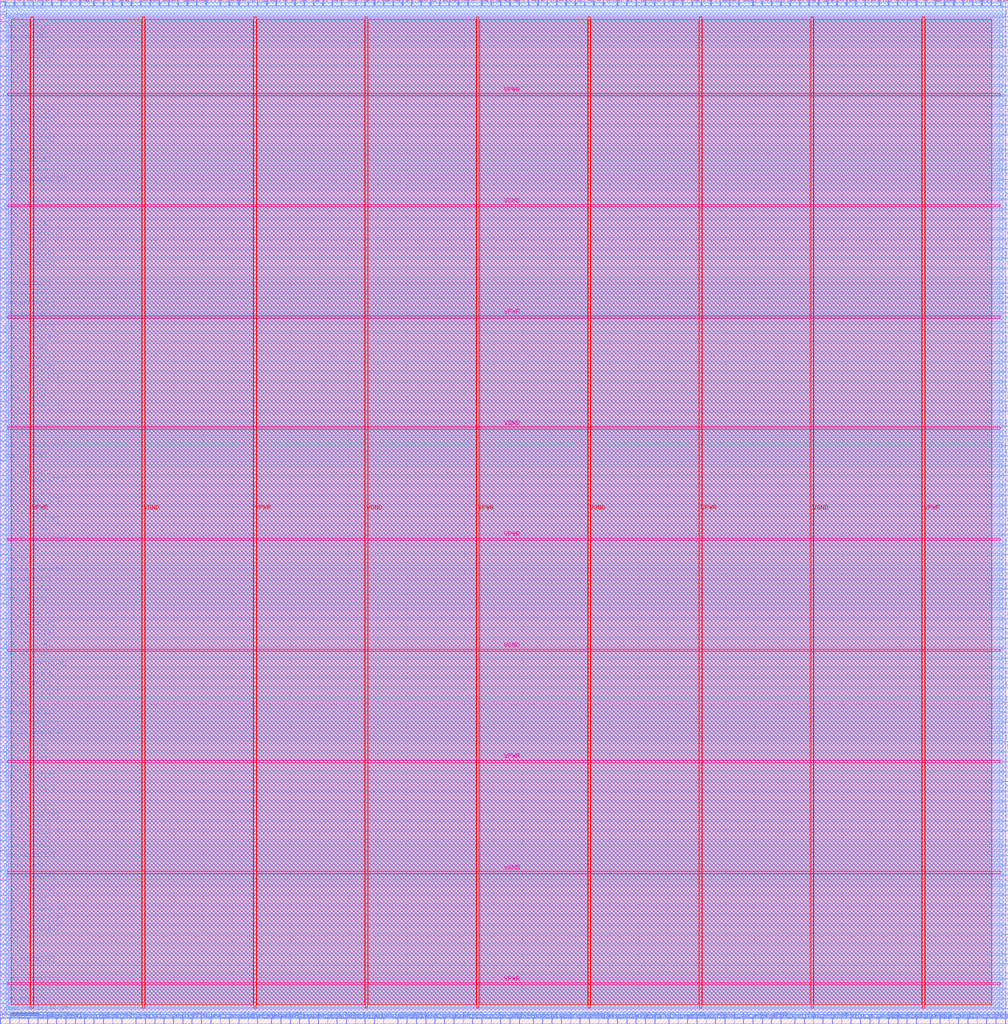
<source format=lef>
VERSION 5.7 ;
  NOWIREEXTENSIONATPIN ON ;
  DIVIDERCHAR "/" ;
  BUSBITCHARS "[]" ;
MACRO picorv32a
  CLASS BLOCK ;
  FOREIGN picorv32a ;
  ORIGIN 0.000 0.000 ;
  SIZE 694.540 BY 705.260 ;
  PIN VGND
    DIRECTION INOUT ;
    USE GROUND ;
    PORT
      LAYER met4 ;
        RECT 97.840 10.640 99.440 693.840 ;
    END
    PORT
      LAYER met4 ;
        RECT 251.440 10.640 253.040 693.840 ;
    END
    PORT
      LAYER met4 ;
        RECT 405.040 10.640 406.640 693.840 ;
    END
    PORT
      LAYER met4 ;
        RECT 558.640 10.640 560.240 693.840 ;
    END
    PORT
      LAYER met5 ;
        RECT 5.280 103.320 688.860 104.920 ;
    END
    PORT
      LAYER met5 ;
        RECT 5.280 256.500 688.860 258.100 ;
    END
    PORT
      LAYER met5 ;
        RECT 5.280 409.680 688.860 411.280 ;
    END
    PORT
      LAYER met5 ;
        RECT 5.280 562.860 688.860 564.460 ;
    END
  END VGND
  PIN VPWR
    DIRECTION INOUT ;
    USE POWER ;
    PORT
      LAYER met4 ;
        RECT 21.040 10.640 22.640 693.840 ;
    END
    PORT
      LAYER met4 ;
        RECT 174.640 10.640 176.240 693.840 ;
    END
    PORT
      LAYER met4 ;
        RECT 328.240 10.640 329.840 693.840 ;
    END
    PORT
      LAYER met4 ;
        RECT 481.840 10.640 483.440 693.840 ;
    END
    PORT
      LAYER met4 ;
        RECT 635.440 10.640 637.040 693.840 ;
    END
    PORT
      LAYER met5 ;
        RECT 5.280 26.730 688.860 28.330 ;
    END
    PORT
      LAYER met5 ;
        RECT 5.280 179.910 688.860 181.510 ;
    END
    PORT
      LAYER met5 ;
        RECT 5.280 333.090 688.860 334.690 ;
    END
    PORT
      LAYER met5 ;
        RECT 5.280 486.270 688.860 487.870 ;
    END
    PORT
      LAYER met5 ;
        RECT 5.280 639.450 688.860 641.050 ;
    END
  END VPWR
  PIN clk
    DIRECTION INPUT ;
    USE SIGNAL ;
    PORT
      LAYER met3 ;
        RECT 690.540 680.040 694.540 680.640 ;
    END
  END clk
  PIN eoi[0]
    DIRECTION OUTPUT TRISTATE ;
    USE SIGNAL ;
    PORT
      LAYER met3 ;
        RECT 0.000 690.240 4.000 690.840 ;
    END
  END eoi[0]
  PIN eoi[10]
    DIRECTION OUTPUT TRISTATE ;
    USE SIGNAL ;
    PORT
      LAYER met2 ;
        RECT 186.850 0.000 187.130 4.000 ;
    END
  END eoi[10]
  PIN eoi[11]
    DIRECTION OUTPUT TRISTATE ;
    USE SIGNAL ;
    PORT
      LAYER met3 ;
        RECT 690.540 47.640 694.540 48.240 ;
    END
  END eoi[11]
  PIN eoi[12]
    DIRECTION OUTPUT TRISTATE ;
    USE SIGNAL ;
    PORT
      LAYER met3 ;
        RECT 690.540 442.040 694.540 442.640 ;
    END
  END eoi[12]
  PIN eoi[13]
    DIRECTION OUTPUT TRISTATE ;
    USE SIGNAL ;
    PORT
      LAYER met2 ;
        RECT 595.790 701.260 596.070 705.260 ;
    END
  END eoi[13]
  PIN eoi[14]
    DIRECTION OUTPUT TRISTATE ;
    USE SIGNAL ;
    PORT
      LAYER met3 ;
        RECT 690.540 370.640 694.540 371.240 ;
    END
  END eoi[14]
  PIN eoi[15]
    DIRECTION OUTPUT TRISTATE ;
    USE SIGNAL ;
    PORT
      LAYER met3 ;
        RECT 690.540 115.640 694.540 116.240 ;
    END
  END eoi[15]
  PIN eoi[16]
    DIRECTION OUTPUT TRISTATE ;
    USE SIGNAL ;
    PORT
      LAYER met3 ;
        RECT 0.000 639.240 4.000 639.840 ;
    END
  END eoi[16]
  PIN eoi[17]
    DIRECTION OUTPUT TRISTATE ;
    USE SIGNAL ;
    PORT
      LAYER met3 ;
        RECT 0.000 567.840 4.000 568.440 ;
    END
  END eoi[17]
  PIN eoi[18]
    DIRECTION OUTPUT TRISTATE ;
    USE SIGNAL ;
    PORT
      LAYER met3 ;
        RECT 690.540 88.440 694.540 89.040 ;
    END
  END eoi[18]
  PIN eoi[19]
    DIRECTION OUTPUT TRISTATE ;
    USE SIGNAL ;
    PORT
      LAYER met2 ;
        RECT 524.950 0.000 525.230 4.000 ;
    END
  END eoi[19]
  PIN eoi[1]
    DIRECTION OUTPUT TRISTATE ;
    USE SIGNAL ;
    PORT
      LAYER met3 ;
        RECT 0.000 34.040 4.000 34.640 ;
    END
  END eoi[1]
  PIN eoi[20]
    DIRECTION OUTPUT TRISTATE ;
    USE SIGNAL ;
    PORT
      LAYER met3 ;
        RECT 690.540 323.040 694.540 323.640 ;
    END
  END eoi[20]
  PIN eoi[21]
    DIRECTION OUTPUT TRISTATE ;
    USE SIGNAL ;
    PORT
      LAYER met2 ;
        RECT 692.390 0.000 692.670 4.000 ;
    END
  END eoi[21]
  PIN eoi[22]
    DIRECTION OUTPUT TRISTATE ;
    USE SIGNAL ;
    PORT
      LAYER met3 ;
        RECT 0.000 646.040 4.000 646.640 ;
    END
  END eoi[22]
  PIN eoi[23]
    DIRECTION OUTPUT TRISTATE ;
    USE SIGNAL ;
    PORT
      LAYER met3 ;
        RECT 690.540 132.640 694.540 133.240 ;
    END
  END eoi[23]
  PIN eoi[24]
    DIRECTION OUTPUT TRISTATE ;
    USE SIGNAL ;
    PORT
      LAYER met2 ;
        RECT 77.370 0.000 77.650 4.000 ;
    END
  END eoi[24]
  PIN eoi[25]
    DIRECTION OUTPUT TRISTATE ;
    USE SIGNAL ;
    PORT
      LAYER met3 ;
        RECT 0.000 401.240 4.000 401.840 ;
    END
  END eoi[25]
  PIN eoi[26]
    DIRECTION OUTPUT TRISTATE ;
    USE SIGNAL ;
    PORT
      LAYER met2 ;
        RECT 289.890 701.260 290.170 705.260 ;
    END
  END eoi[26]
  PIN eoi[27]
    DIRECTION OUTPUT TRISTATE ;
    USE SIGNAL ;
    PORT
      LAYER met3 ;
        RECT 0.000 54.440 4.000 55.040 ;
    END
  END eoi[27]
  PIN eoi[28]
    DIRECTION OUTPUT TRISTATE ;
    USE SIGNAL ;
    PORT
      LAYER met3 ;
        RECT 690.540 95.240 694.540 95.840 ;
    END
  END eoi[28]
  PIN eoi[29]
    DIRECTION OUTPUT TRISTATE ;
    USE SIGNAL ;
    PORT
      LAYER met3 ;
        RECT 690.540 214.240 694.540 214.840 ;
    END
  END eoi[29]
  PIN eoi[2]
    DIRECTION OUTPUT TRISTATE ;
    USE SIGNAL ;
    PORT
      LAYER met3 ;
        RECT 690.540 533.840 694.540 534.440 ;
    END
  END eoi[2]
  PIN eoi[30]
    DIRECTION OUTPUT TRISTATE ;
    USE SIGNAL ;
    PORT
      LAYER met2 ;
        RECT 573.250 0.000 573.530 4.000 ;
    END
  END eoi[30]
  PIN eoi[31]
    DIRECTION OUTPUT TRISTATE ;
    USE SIGNAL ;
    PORT
      LAYER met3 ;
        RECT 690.540 363.840 694.540 364.440 ;
    END
  END eoi[31]
  PIN eoi[3]
    DIRECTION OUTPUT TRISTATE ;
    USE SIGNAL ;
    PORT
      LAYER met2 ;
        RECT 209.390 701.260 209.670 705.260 ;
    END
  END eoi[3]
  PIN eoi[4]
    DIRECTION OUTPUT TRISTATE ;
    USE SIGNAL ;
    PORT
      LAYER met2 ;
        RECT 566.810 0.000 567.090 4.000 ;
    END
  END eoi[4]
  PIN eoi[5]
    DIRECTION OUTPUT TRISTATE ;
    USE SIGNAL ;
    PORT
      LAYER met3 ;
        RECT 0.000 47.640 4.000 48.240 ;
    END
  END eoi[5]
  PIN eoi[6]
    DIRECTION OUTPUT TRISTATE ;
    USE SIGNAL ;
    PORT
      LAYER met2 ;
        RECT 547.490 0.000 547.770 4.000 ;
    END
  END eoi[6]
  PIN eoi[7]
    DIRECTION OUTPUT TRISTATE ;
    USE SIGNAL ;
    PORT
      LAYER met3 ;
        RECT 0.000 513.440 4.000 514.040 ;
    END
  END eoi[7]
  PIN eoi[8]
    DIRECTION OUTPUT TRISTATE ;
    USE SIGNAL ;
    PORT
      LAYER met2 ;
        RECT 508.850 701.260 509.130 705.260 ;
    END
  END eoi[8]
  PIN eoi[9]
    DIRECTION OUTPUT TRISTATE ;
    USE SIGNAL ;
    PORT
      LAYER met2 ;
        RECT 383.270 701.260 383.550 705.260 ;
    END
  END eoi[9]
  PIN irq[0]
    DIRECTION INPUT ;
    USE SIGNAL ;
    PORT
      LAYER met3 ;
        RECT 690.540 278.840 694.540 279.440 ;
    END
  END irq[0]
  PIN irq[10]
    DIRECTION INPUT ;
    USE SIGNAL ;
    PORT
      LAYER met2 ;
        RECT 125.670 0.000 125.950 4.000 ;
    END
  END irq[10]
  PIN irq[11]
    DIRECTION INPUT ;
    USE SIGNAL ;
    PORT
      LAYER met2 ;
        RECT 312.430 0.000 312.710 4.000 ;
    END
  END irq[11]
  PIN irq[12]
    DIRECTION INPUT ;
    USE SIGNAL ;
    PORT
      LAYER met2 ;
        RECT 425.130 701.260 425.410 705.260 ;
    END
  END irq[12]
  PIN irq[13]
    DIRECTION INPUT ;
    USE SIGNAL ;
    PORT
      LAYER met2 ;
        RECT 669.850 701.260 670.130 705.260 ;
    END
  END irq[13]
  PIN irq[14]
    DIRECTION INPUT ;
    USE SIGNAL ;
    PORT
      LAYER met3 ;
        RECT 0.000 316.240 4.000 316.840 ;
    END
  END irq[14]
  PIN irq[15]
    DIRECTION INPUT ;
    USE SIGNAL ;
    PORT
      LAYER met3 ;
        RECT 0.000 554.240 4.000 554.840 ;
    END
  END irq[15]
  PIN irq[16]
    DIRECTION INPUT ;
    USE SIGNAL ;
    PORT
      LAYER met2 ;
        RECT 689.170 701.260 689.450 705.260 ;
    END
  END irq[16]
  PIN irq[17]
    DIRECTION INPUT ;
    USE SIGNAL ;
    PORT
      LAYER met2 ;
        RECT 389.710 701.260 389.990 705.260 ;
    END
  END irq[17]
  PIN irq[18]
    DIRECTION INPUT ;
    USE SIGNAL ;
    PORT
      LAYER met2 ;
        RECT 524.950 701.260 525.230 705.260 ;
    END
  END irq[18]
  PIN irq[19]
    DIRECTION INPUT ;
    USE SIGNAL ;
    PORT
      LAYER met3 ;
        RECT 0.000 652.840 4.000 653.440 ;
    END
  END irq[19]
  PIN irq[1]
    DIRECTION INPUT ;
    USE SIGNAL ;
    PORT
      LAYER met2 ;
        RECT 466.990 0.000 467.270 4.000 ;
    END
  END irq[1]
  PIN irq[20]
    DIRECTION INPUT ;
    USE SIGNAL ;
    PORT
      LAYER met3 ;
        RECT 0.000 703.840 4.000 704.440 ;
    END
  END irq[20]
  PIN irq[21]
    DIRECTION INPUT ;
    USE SIGNAL ;
    PORT
      LAYER met3 ;
        RECT 690.540 428.440 694.540 429.040 ;
    END
  END irq[21]
  PIN irq[22]
    DIRECTION INPUT ;
    USE SIGNAL ;
    PORT
      LAYER met2 ;
        RECT 231.930 0.000 232.210 4.000 ;
    END
  END irq[22]
  PIN irq[23]
    DIRECTION INPUT ;
    USE SIGNAL ;
    PORT
      LAYER met3 ;
        RECT 0.000 414.840 4.000 415.440 ;
    END
  END irq[23]
  PIN irq[24]
    DIRECTION INPUT ;
    USE SIGNAL ;
    PORT
      LAYER met3 ;
        RECT 690.540 700.440 694.540 701.040 ;
    END
  END irq[24]
  PIN irq[25]
    DIRECTION INPUT ;
    USE SIGNAL ;
    PORT
      LAYER met2 ;
        RECT 170.750 701.260 171.030 705.260 ;
    END
  END irq[25]
  PIN irq[26]
    DIRECTION INPUT ;
    USE SIGNAL ;
    PORT
      LAYER met2 ;
        RECT 286.670 0.000 286.950 4.000 ;
    END
  END irq[26]
  PIN irq[27]
    DIRECTION INPUT ;
    USE SIGNAL ;
    PORT
      LAYER met2 ;
        RECT 351.070 701.260 351.350 705.260 ;
    END
  END irq[27]
  PIN irq[28]
    DIRECTION INPUT ;
    USE SIGNAL ;
    PORT
      LAYER met3 ;
        RECT 690.540 666.440 694.540 667.040 ;
    END
  END irq[28]
  PIN irq[29]
    DIRECTION INPUT ;
    USE SIGNAL ;
    PORT
      LAYER met3 ;
        RECT 690.540 81.640 694.540 82.240 ;
    END
  END irq[29]
  PIN irq[2]
    DIRECTION INPUT ;
    USE SIGNAL ;
    PORT
      LAYER met3 ;
        RECT 0.000 217.640 4.000 218.240 ;
    END
  END irq[2]
  PIN irq[30]
    DIRECTION INPUT ;
    USE SIGNAL ;
    PORT
      LAYER met2 ;
        RECT 399.370 0.000 399.650 4.000 ;
    END
  END irq[30]
  PIN irq[31]
    DIRECTION INPUT ;
    USE SIGNAL ;
    PORT
      LAYER met2 ;
        RECT 164.310 701.260 164.590 705.260 ;
    END
  END irq[31]
  PIN irq[3]
    DIRECTION INPUT ;
    USE SIGNAL ;
    PORT
      LAYER met2 ;
        RECT 64.490 0.000 64.770 4.000 ;
    END
  END irq[3]
  PIN irq[4]
    DIRECTION INPUT ;
    USE SIGNAL ;
    PORT
      LAYER met2 ;
        RECT 135.330 701.260 135.610 705.260 ;
    END
  END irq[4]
  PIN irq[5]
    DIRECTION INPUT ;
    USE SIGNAL ;
    PORT
      LAYER met3 ;
        RECT 690.540 625.640 694.540 626.240 ;
    END
  END irq[5]
  PIN irq[6]
    DIRECTION INPUT ;
    USE SIGNAL ;
    PORT
      LAYER met3 ;
        RECT 0.000 153.040 4.000 153.640 ;
    END
  END irq[6]
  PIN irq[7]
    DIRECTION INPUT ;
    USE SIGNAL ;
    PORT
      LAYER met2 ;
        RECT 16.190 701.260 16.470 705.260 ;
    END
  END irq[7]
  PIN irq[8]
    DIRECTION INPUT ;
    USE SIGNAL ;
    PORT
      LAYER met2 ;
        RECT 486.310 0.000 486.590 4.000 ;
    END
  END irq[8]
  PIN irq[9]
    DIRECTION INPUT ;
    USE SIGNAL ;
    PORT
      LAYER met3 ;
        RECT 0.000 173.440 4.000 174.040 ;
    END
  END irq[9]
  PIN mem_addr[0]
    DIRECTION OUTPUT TRISTATE ;
    USE SIGNAL ;
    PORT
      LAYER met3 ;
        RECT 690.540 17.040 694.540 17.640 ;
    END
  END mem_addr[0]
  PIN mem_addr[10]
    DIRECTION OUTPUT TRISTATE ;
    USE SIGNAL ;
    PORT
      LAYER met3 ;
        RECT 690.540 336.640 694.540 337.240 ;
    END
  END mem_addr[10]
  PIN mem_addr[11]
    DIRECTION OUTPUT TRISTATE ;
    USE SIGNAL ;
    PORT
      LAYER met3 ;
        RECT 690.540 601.840 694.540 602.440 ;
    END
  END mem_addr[11]
  PIN mem_addr[12]
    DIRECTION OUTPUT TRISTATE ;
    USE SIGNAL ;
    PORT
      LAYER met3 ;
        RECT 690.540 74.840 694.540 75.440 ;
    END
  END mem_addr[12]
  PIN mem_addr[13]
    DIRECTION OUTPUT TRISTATE ;
    USE SIGNAL ;
    PORT
      LAYER met2 ;
        RECT 402.590 701.260 402.870 705.260 ;
    END
  END mem_addr[13]
  PIN mem_addr[14]
    DIRECTION OUTPUT TRISTATE ;
    USE SIGNAL ;
    PORT
      LAYER met2 ;
        RECT 576.470 701.260 576.750 705.260 ;
    END
  END mem_addr[14]
  PIN mem_addr[15]
    DIRECTION OUTPUT TRISTATE ;
    USE SIGNAL ;
    PORT
      LAYER met2 ;
        RECT 405.810 0.000 406.090 4.000 ;
    END
  END mem_addr[15]
  PIN mem_addr[16]
    DIRECTION OUTPUT TRISTATE ;
    USE SIGNAL ;
    PORT
      LAYER met3 ;
        RECT 0.000 251.640 4.000 252.240 ;
    END
  END mem_addr[16]
  PIN mem_addr[17]
    DIRECTION OUTPUT TRISTATE ;
    USE SIGNAL ;
    PORT
      LAYER met3 ;
        RECT 0.000 302.640 4.000 303.240 ;
    END
  END mem_addr[17]
  PIN mem_addr[18]
    DIRECTION OUTPUT TRISTATE ;
    USE SIGNAL ;
    PORT
      LAYER met2 ;
        RECT 109.570 701.260 109.850 705.260 ;
    END
  END mem_addr[18]
  PIN mem_addr[19]
    DIRECTION OUTPUT TRISTATE ;
    USE SIGNAL ;
    PORT
      LAYER met3 ;
        RECT 690.540 272.040 694.540 272.640 ;
    END
  END mem_addr[19]
  PIN mem_addr[1]
    DIRECTION OUTPUT TRISTATE ;
    USE SIGNAL ;
    PORT
      LAYER met2 ;
        RECT 157.870 0.000 158.150 4.000 ;
    END
  END mem_addr[1]
  PIN mem_addr[20]
    DIRECTION OUTPUT TRISTATE ;
    USE SIGNAL ;
    PORT
      LAYER met3 ;
        RECT 0.000 13.640 4.000 14.240 ;
    END
  END mem_addr[20]
  PIN mem_addr[21]
    DIRECTION OUTPUT TRISTATE ;
    USE SIGNAL ;
    PORT
      LAYER met2 ;
        RECT 640.870 0.000 641.150 4.000 ;
    END
  END mem_addr[21]
  PIN mem_addr[22]
    DIRECTION OUTPUT TRISTATE ;
    USE SIGNAL ;
    PORT
      LAYER met2 ;
        RECT 418.690 0.000 418.970 4.000 ;
    END
  END mem_addr[22]
  PIN mem_addr[23]
    DIRECTION OUTPUT TRISTATE ;
    USE SIGNAL ;
    PORT
      LAYER met2 ;
        RECT 631.210 0.000 631.490 4.000 ;
    END
  END mem_addr[23]
  PIN mem_addr[24]
    DIRECTION OUTPUT TRISTATE ;
    USE SIGNAL ;
    PORT
      LAYER met2 ;
        RECT 376.830 701.260 377.110 705.260 ;
    END
  END mem_addr[24]
  PIN mem_addr[25]
    DIRECTION OUTPUT TRISTATE ;
    USE SIGNAL ;
    PORT
      LAYER met3 ;
        RECT 690.540 238.040 694.540 238.640 ;
    END
  END mem_addr[25]
  PIN mem_addr[26]
    DIRECTION OUTPUT TRISTATE ;
    USE SIGNAL ;
    PORT
      LAYER met3 ;
        RECT 690.540 173.440 694.540 174.040 ;
    END
  END mem_addr[26]
  PIN mem_addr[27]
    DIRECTION OUTPUT TRISTATE ;
    USE SIGNAL ;
    PORT
      LAYER met3 ;
        RECT 0.000 486.240 4.000 486.840 ;
    END
  END mem_addr[27]
  PIN mem_addr[28]
    DIRECTION OUTPUT TRISTATE ;
    USE SIGNAL ;
    PORT
      LAYER met3 ;
        RECT 0.000 336.640 4.000 337.240 ;
    END
  END mem_addr[28]
  PIN mem_addr[29]
    DIRECTION OUTPUT TRISTATE ;
    USE SIGNAL ;
    PORT
      LAYER met2 ;
        RECT 177.190 701.260 177.470 705.260 ;
    END
  END mem_addr[29]
  PIN mem_addr[2]
    DIRECTION OUTPUT TRISTATE ;
    USE SIGNAL ;
    PORT
      LAYER met2 ;
        RECT 273.790 0.000 274.070 4.000 ;
    END
  END mem_addr[2]
  PIN mem_addr[30]
    DIRECTION OUTPUT TRISTATE ;
    USE SIGNAL ;
    PORT
      LAYER met3 ;
        RECT 690.540 292.440 694.540 293.040 ;
    END
  END mem_addr[30]
  PIN mem_addr[31]
    DIRECTION OUTPUT TRISTATE ;
    USE SIGNAL ;
    PORT
      LAYER met3 ;
        RECT 0.000 659.640 4.000 660.240 ;
    END
  END mem_addr[31]
  PIN mem_addr[3]
    DIRECTION OUTPUT TRISTATE ;
    USE SIGNAL ;
    PORT
      LAYER met2 ;
        RECT 438.010 0.000 438.290 4.000 ;
    END
  END mem_addr[3]
  PIN mem_addr[4]
    DIRECTION OUTPUT TRISTATE ;
    USE SIGNAL ;
    PORT
      LAYER met3 ;
        RECT 0.000 499.840 4.000 500.440 ;
    END
  END mem_addr[4]
  PIN mem_addr[5]
    DIRECTION OUTPUT TRISTATE ;
    USE SIGNAL ;
    PORT
      LAYER met2 ;
        RECT 409.030 701.260 409.310 705.260 ;
    END
  END mem_addr[5]
  PIN mem_addr[6]
    DIRECTION OUTPUT TRISTATE ;
    USE SIGNAL ;
    PORT
      LAYER met2 ;
        RECT 35.510 701.260 35.790 705.260 ;
    END
  END mem_addr[6]
  PIN mem_addr[7]
    DIRECTION OUTPUT TRISTATE ;
    USE SIGNAL ;
    PORT
      LAYER met3 ;
        RECT 690.540 639.240 694.540 639.840 ;
    END
  END mem_addr[7]
  PIN mem_addr[8]
    DIRECTION OUTPUT TRISTATE ;
    USE SIGNAL ;
    PORT
      LAYER met2 ;
        RECT 45.170 0.000 45.450 4.000 ;
    END
  END mem_addr[8]
  PIN mem_addr[9]
    DIRECTION OUTPUT TRISTATE ;
    USE SIGNAL ;
    PORT
      LAYER met3 ;
        RECT 0.000 676.640 4.000 677.240 ;
    END
  END mem_addr[9]
  PIN mem_instr
    DIRECTION OUTPUT TRISTATE ;
    USE SIGNAL ;
    PORT
      LAYER met3 ;
        RECT 0.000 632.440 4.000 633.040 ;
    END
  END mem_instr
  PIN mem_la_addr[0]
    DIRECTION OUTPUT TRISTATE ;
    USE SIGNAL ;
    PORT
      LAYER met3 ;
        RECT 0.000 139.440 4.000 140.040 ;
    END
  END mem_la_addr[0]
  PIN mem_la_addr[10]
    DIRECTION OUTPUT TRISTATE ;
    USE SIGNAL ;
    PORT
      LAYER met3 ;
        RECT 690.540 384.240 694.540 384.840 ;
    END
  END mem_la_addr[10]
  PIN mem_la_addr[11]
    DIRECTION OUTPUT TRISTATE ;
    USE SIGNAL ;
    PORT
      LAYER met2 ;
        RECT 3.310 701.260 3.590 705.260 ;
    END
  END mem_la_addr[11]
  PIN mem_la_addr[12]
    DIRECTION OUTPUT TRISTATE ;
    USE SIGNAL ;
    PORT
      LAYER met2 ;
        RECT 235.150 701.260 235.430 705.260 ;
    END
  END mem_la_addr[12]
  PIN mem_la_addr[13]
    DIRECTION OUTPUT TRISTATE ;
    USE SIGNAL ;
    PORT
      LAYER met2 ;
        RECT 331.750 0.000 332.030 4.000 ;
    END
  END mem_la_addr[13]
  PIN mem_la_addr[14]
    DIRECTION OUTPUT TRISTATE ;
    USE SIGNAL ;
    PORT
      LAYER met3 ;
        RECT 0.000 68.040 4.000 68.640 ;
    END
  END mem_la_addr[14]
  PIN mem_la_addr[15]
    DIRECTION OUTPUT TRISTATE ;
    USE SIGNAL ;
    PORT
      LAYER met2 ;
        RECT 444.450 701.260 444.730 705.260 ;
    END
  END mem_la_addr[15]
  PIN mem_la_addr[16]
    DIRECTION OUTPUT TRISTATE ;
    USE SIGNAL ;
    PORT
      LAYER met3 ;
        RECT 690.540 482.840 694.540 483.440 ;
    END
  END mem_la_addr[16]
  PIN mem_la_addr[17]
    DIRECTION OUTPUT TRISTATE ;
    USE SIGNAL ;
    PORT
      LAYER met2 ;
        RECT 9.750 701.260 10.030 705.260 ;
    END
  END mem_la_addr[17]
  PIN mem_la_addr[18]
    DIRECTION OUTPUT TRISTATE ;
    USE SIGNAL ;
    PORT
      LAYER met2 ;
        RECT 450.890 0.000 451.170 4.000 ;
    END
  END mem_la_addr[18]
  PIN mem_la_addr[19]
    DIRECTION OUTPUT TRISTATE ;
    USE SIGNAL ;
    PORT
      LAYER met2 ;
        RECT 660.190 0.000 660.470 4.000 ;
    END
  END mem_la_addr[19]
  PIN mem_la_addr[1]
    DIRECTION OUTPUT TRISTATE ;
    USE SIGNAL ;
    PORT
      LAYER met3 ;
        RECT 690.540 122.440 694.540 123.040 ;
    END
  END mem_la_addr[1]
  PIN mem_la_addr[20]
    DIRECTION OUTPUT TRISTATE ;
    USE SIGNAL ;
    PORT
      LAYER met2 ;
        RECT 22.630 701.260 22.910 705.260 ;
    END
  END mem_la_addr[20]
  PIN mem_la_addr[21]
    DIRECTION OUTPUT TRISTATE ;
    USE SIGNAL ;
    PORT
      LAYER met2 ;
        RECT 302.770 701.260 303.050 705.260 ;
    END
  END mem_la_addr[21]
  PIN mem_la_addr[22]
    DIRECTION OUTPUT TRISTATE ;
    USE SIGNAL ;
    PORT
      LAYER met3 ;
        RECT 0.000 394.440 4.000 395.040 ;
    END
  END mem_la_addr[22]
  PIN mem_la_addr[23]
    DIRECTION OUTPUT TRISTATE ;
    USE SIGNAL ;
    PORT
      LAYER met2 ;
        RECT 141.770 701.260 142.050 705.260 ;
    END
  END mem_la_addr[23]
  PIN mem_la_addr[24]
    DIRECTION OUTPUT TRISTATE ;
    USE SIGNAL ;
    PORT
      LAYER met2 ;
        RECT 96.690 701.260 96.970 705.260 ;
    END
  END mem_la_addr[24]
  PIN mem_la_addr[25]
    DIRECTION OUTPUT TRISTATE ;
    USE SIGNAL ;
    PORT
      LAYER met3 ;
        RECT 690.540 595.040 694.540 595.640 ;
    END
  END mem_la_addr[25]
  PIN mem_la_addr[26]
    DIRECTION OUTPUT TRISTATE ;
    USE SIGNAL ;
    PORT
      LAYER met2 ;
        RECT 90.250 701.260 90.530 705.260 ;
    END
  END mem_la_addr[26]
  PIN mem_la_addr[27]
    DIRECTION OUTPUT TRISTATE ;
    USE SIGNAL ;
    PORT
      LAYER met3 ;
        RECT 690.540 153.040 694.540 153.640 ;
    END
  END mem_la_addr[27]
  PIN mem_la_addr[28]
    DIRECTION OUTPUT TRISTATE ;
    USE SIGNAL ;
    PORT
      LAYER met2 ;
        RECT 41.950 701.260 42.230 705.260 ;
    END
  END mem_la_addr[28]
  PIN mem_la_addr[29]
    DIRECTION OUTPUT TRISTATE ;
    USE SIGNAL ;
    PORT
      LAYER met3 ;
        RECT 690.540 652.840 694.540 653.440 ;
    END
  END mem_la_addr[29]
  PIN mem_la_addr[2]
    DIRECTION OUTPUT TRISTATE ;
    USE SIGNAL ;
    PORT
      LAYER met3 ;
        RECT 690.540 258.440 694.540 259.040 ;
    END
  END mem_la_addr[2]
  PIN mem_la_addr[30]
    DIRECTION OUTPUT TRISTATE ;
    USE SIGNAL ;
    PORT
      LAYER met3 ;
        RECT 0.000 421.640 4.000 422.240 ;
    END
  END mem_la_addr[30]
  PIN mem_la_addr[31]
    DIRECTION OUTPUT TRISTATE ;
    USE SIGNAL ;
    PORT
      LAYER met2 ;
        RECT 244.810 0.000 245.090 4.000 ;
    END
  END mem_la_addr[31]
  PIN mem_la_addr[3]
    DIRECTION OUTPUT TRISTATE ;
    USE SIGNAL ;
    PORT
      LAYER met3 ;
        RECT 0.000 20.440 4.000 21.040 ;
    END
  END mem_la_addr[3]
  PIN mem_la_addr[4]
    DIRECTION OUTPUT TRISTATE ;
    USE SIGNAL ;
    PORT
      LAYER met3 ;
        RECT 690.540 567.840 694.540 568.440 ;
    END
  END mem_la_addr[4]
  PIN mem_la_addr[5]
    DIRECTION OUTPUT TRISTATE ;
    USE SIGNAL ;
    PORT
      LAYER met2 ;
        RECT 579.690 0.000 579.970 4.000 ;
    END
  END mem_la_addr[5]
  PIN mem_la_addr[6]
    DIRECTION OUTPUT TRISTATE ;
    USE SIGNAL ;
    PORT
      LAYER met3 ;
        RECT 690.540 581.440 694.540 582.040 ;
    END
  END mem_la_addr[6]
  PIN mem_la_addr[7]
    DIRECTION OUTPUT TRISTATE ;
    USE SIGNAL ;
    PORT
      LAYER met2 ;
        RECT 206.170 0.000 206.450 4.000 ;
    END
  END mem_la_addr[7]
  PIN mem_la_addr[8]
    DIRECTION OUTPUT TRISTATE ;
    USE SIGNAL ;
    PORT
      LAYER met3 ;
        RECT 690.540 139.440 694.540 140.040 ;
    END
  END mem_la_addr[8]
  PIN mem_la_addr[9]
    DIRECTION OUTPUT TRISTATE ;
    USE SIGNAL ;
    PORT
      LAYER met2 ;
        RECT 219.050 0.000 219.330 4.000 ;
    END
  END mem_la_addr[9]
  PIN mem_la_read
    DIRECTION OUTPUT TRISTATE ;
    USE SIGNAL ;
    PORT
      LAYER met3 ;
        RECT 690.540 159.840 694.540 160.440 ;
    END
  END mem_la_read
  PIN mem_la_wdata[0]
    DIRECTION OUTPUT TRISTATE ;
    USE SIGNAL ;
    PORT
      LAYER met2 ;
        RECT 611.890 701.260 612.170 705.260 ;
    END
  END mem_la_wdata[0]
  PIN mem_la_wdata[10]
    DIRECTION OUTPUT TRISTATE ;
    USE SIGNAL ;
    PORT
      LAYER met3 ;
        RECT 690.540 503.240 694.540 503.840 ;
    END
  END mem_la_wdata[10]
  PIN mem_la_wdata[11]
    DIRECTION OUTPUT TRISTATE ;
    USE SIGNAL ;
    PORT
      LAYER met2 ;
        RECT 338.190 701.260 338.470 705.260 ;
    END
  END mem_la_wdata[11]
  PIN mem_la_wdata[12]
    DIRECTION OUTPUT TRISTATE ;
    USE SIGNAL ;
    PORT
      LAYER met2 ;
        RECT 122.450 701.260 122.730 705.260 ;
    END
  END mem_la_wdata[12]
  PIN mem_la_wdata[13]
    DIRECTION OUTPUT TRISTATE ;
    USE SIGNAL ;
    PORT
      LAYER met2 ;
        RECT 499.190 0.000 499.470 4.000 ;
    END
  END mem_la_wdata[13]
  PIN mem_la_wdata[14]
    DIRECTION OUTPUT TRISTATE ;
    USE SIGNAL ;
    PORT
      LAYER met3 ;
        RECT 0.000 578.040 4.000 578.640 ;
    END
  END mem_la_wdata[14]
  PIN mem_la_wdata[15]
    DIRECTION OUTPUT TRISTATE ;
    USE SIGNAL ;
    PORT
      LAYER met2 ;
        RECT 270.570 701.260 270.850 705.260 ;
    END
  END mem_la_wdata[15]
  PIN mem_la_wdata[16]
    DIRECTION OUTPUT TRISTATE ;
    USE SIGNAL ;
    PORT
      LAYER met2 ;
        RECT 570.030 701.260 570.310 705.260 ;
    END
  END mem_la_wdata[16]
  PIN mem_la_wdata[17]
    DIRECTION OUTPUT TRISTATE ;
    USE SIGNAL ;
    PORT
      LAYER met2 ;
        RECT 637.650 701.260 637.930 705.260 ;
    END
  END mem_la_wdata[17]
  PIN mem_la_wdata[18]
    DIRECTION OUTPUT TRISTATE ;
    USE SIGNAL ;
    PORT
      LAYER met3 ;
        RECT 0.000 329.840 4.000 330.440 ;
    END
  END mem_la_wdata[18]
  PIN mem_la_wdata[19]
    DIRECTION OUTPUT TRISTATE ;
    USE SIGNAL ;
    PORT
      LAYER met2 ;
        RECT 225.490 0.000 225.770 4.000 ;
    END
  END mem_la_wdata[19]
  PIN mem_la_wdata[1]
    DIRECTION OUTPUT TRISTATE ;
    USE SIGNAL ;
    PORT
      LAYER met2 ;
        RECT 318.870 0.000 319.150 4.000 ;
    END
  END mem_la_wdata[1]
  PIN mem_la_wdata[20]
    DIRECTION OUTPUT TRISTATE ;
    USE SIGNAL ;
    PORT
      LAYER met3 ;
        RECT 690.540 496.440 694.540 497.040 ;
    END
  END mem_la_wdata[20]
  PIN mem_la_wdata[21]
    DIRECTION OUTPUT TRISTATE ;
    USE SIGNAL ;
    PORT
      LAYER met3 ;
        RECT 690.540 404.640 694.540 405.240 ;
    END
  END mem_la_wdata[21]
  PIN mem_la_wdata[22]
    DIRECTION OUTPUT TRISTATE ;
    USE SIGNAL ;
    PORT
      LAYER met2 ;
        RECT 673.070 0.000 673.350 4.000 ;
    END
  END mem_la_wdata[22]
  PIN mem_la_wdata[23]
    DIRECTION OUTPUT TRISTATE ;
    USE SIGNAL ;
    PORT
      LAYER met3 ;
        RECT 690.540 489.640 694.540 490.240 ;
    END
  END mem_la_wdata[23]
  PIN mem_la_wdata[24]
    DIRECTION OUTPUT TRISTATE ;
    USE SIGNAL ;
    PORT
      LAYER met3 ;
        RECT 0.000 370.640 4.000 371.240 ;
    END
  END mem_la_wdata[24]
  PIN mem_la_wdata[25]
    DIRECTION OUTPUT TRISTATE ;
    USE SIGNAL ;
    PORT
      LAYER met3 ;
        RECT 0.000 74.840 4.000 75.440 ;
    END
  END mem_la_wdata[25]
  PIN mem_la_wdata[26]
    DIRECTION OUTPUT TRISTATE ;
    USE SIGNAL ;
    PORT
      LAYER met3 ;
        RECT 0.000 244.840 4.000 245.440 ;
    END
  END mem_la_wdata[26]
  PIN mem_la_wdata[27]
    DIRECTION OUTPUT TRISTATE ;
    USE SIGNAL ;
    PORT
      LAYER met2 ;
        RECT 470.210 701.260 470.490 705.260 ;
    END
  END mem_la_wdata[27]
  PIN mem_la_wdata[28]
    DIRECTION OUTPUT TRISTATE ;
    USE SIGNAL ;
    PORT
      LAYER met2 ;
        RECT 164.310 0.000 164.590 4.000 ;
    END
  END mem_la_wdata[28]
  PIN mem_la_wdata[29]
    DIRECTION OUTPUT TRISTATE ;
    USE SIGNAL ;
    PORT
      LAYER met2 ;
        RECT 296.330 701.260 296.610 705.260 ;
    END
  END mem_la_wdata[29]
  PIN mem_la_wdata[2]
    DIRECTION OUTPUT TRISTATE ;
    USE SIGNAL ;
    PORT
      LAYER met2 ;
        RECT 305.990 0.000 306.270 4.000 ;
    END
  END mem_la_wdata[2]
  PIN mem_la_wdata[30]
    DIRECTION OUTPUT TRISTATE ;
    USE SIGNAL ;
    PORT
      LAYER met3 ;
        RECT 690.540 200.640 694.540 201.240 ;
    END
  END mem_la_wdata[30]
  PIN mem_la_wdata[31]
    DIRECTION OUTPUT TRISTATE ;
    USE SIGNAL ;
    PORT
      LAYER met2 ;
        RECT 48.390 701.260 48.670 705.260 ;
    END
  END mem_la_wdata[31]
  PIN mem_la_wdata[3]
    DIRECTION OUTPUT TRISTATE ;
    USE SIGNAL ;
    PORT
      LAYER met3 ;
        RECT 690.540 166.640 694.540 167.240 ;
    END
  END mem_la_wdata[3]
  PIN mem_la_wdata[4]
    DIRECTION OUTPUT TRISTATE ;
    USE SIGNAL ;
    PORT
      LAYER met3 ;
        RECT 0.000 197.240 4.000 197.840 ;
    END
  END mem_la_wdata[4]
  PIN mem_la_wdata[5]
    DIRECTION OUTPUT TRISTATE ;
    USE SIGNAL ;
    PORT
      LAYER met2 ;
        RECT 444.450 0.000 444.730 4.000 ;
    END
  END mem_la_wdata[5]
  PIN mem_la_wdata[6]
    DIRECTION OUTPUT TRISTATE ;
    USE SIGNAL ;
    PORT
      LAYER met3 ;
        RECT 690.540 686.840 694.540 687.440 ;
    END
  END mem_la_wdata[6]
  PIN mem_la_wdata[7]
    DIRECTION OUTPUT TRISTATE ;
    USE SIGNAL ;
    PORT
      LAYER met2 ;
        RECT 238.370 0.000 238.650 4.000 ;
    END
  END mem_la_wdata[7]
  PIN mem_la_wdata[8]
    DIRECTION OUTPUT TRISTATE ;
    USE SIGNAL ;
    PORT
      LAYER met3 ;
        RECT 690.540 618.840 694.540 619.440 ;
    END
  END mem_la_wdata[8]
  PIN mem_la_wdata[9]
    DIRECTION OUTPUT TRISTATE ;
    USE SIGNAL ;
    PORT
      LAYER met3 ;
        RECT 0.000 309.440 4.000 310.040 ;
    END
  END mem_la_wdata[9]
  PIN mem_la_write
    DIRECTION OUTPUT TRISTATE ;
    USE SIGNAL ;
    PORT
      LAYER met3 ;
        RECT 690.540 306.040 694.540 306.640 ;
    END
  END mem_la_write
  PIN mem_la_wstrb[0]
    DIRECTION OUTPUT TRISTATE ;
    USE SIGNAL ;
    PORT
      LAYER met3 ;
        RECT 0.000 540.640 4.000 541.240 ;
    END
  END mem_la_wstrb[0]
  PIN mem_la_wstrb[1]
    DIRECTION OUTPUT TRISTATE ;
    USE SIGNAL ;
    PORT
      LAYER met3 ;
        RECT 0.000 442.040 4.000 442.640 ;
    END
  END mem_la_wstrb[1]
  PIN mem_la_wstrb[2]
    DIRECTION OUTPUT TRISTATE ;
    USE SIGNAL ;
    PORT
      LAYER met2 ;
        RECT 495.970 701.260 496.250 705.260 ;
    END
  END mem_la_wstrb[2]
  PIN mem_la_wstrb[3]
    DIRECTION OUTPUT TRISTATE ;
    USE SIGNAL ;
    PORT
      LAYER met3 ;
        RECT 0.000 357.040 4.000 357.640 ;
    END
  END mem_la_wstrb[3]
  PIN mem_rdata[0]
    DIRECTION INPUT ;
    USE SIGNAL ;
    PORT
      LAYER met3 ;
        RECT 0.000 377.440 4.000 378.040 ;
    END
  END mem_rdata[0]
  PIN mem_rdata[10]
    DIRECTION INPUT ;
    USE SIGNAL ;
    PORT
      LAYER met2 ;
        RECT 367.170 0.000 367.450 4.000 ;
    END
  END mem_rdata[10]
  PIN mem_rdata[11]
    DIRECTION INPUT ;
    USE SIGNAL ;
    PORT
      LAYER met2 ;
        RECT 611.890 0.000 612.170 4.000 ;
    END
  END mem_rdata[11]
  PIN mem_rdata[12]
    DIRECTION INPUT ;
    USE SIGNAL ;
    PORT
      LAYER met3 ;
        RECT 0.000 166.640 4.000 167.240 ;
    END
  END mem_rdata[12]
  PIN mem_rdata[13]
    DIRECTION INPUT ;
    USE SIGNAL ;
    PORT
      LAYER met2 ;
        RECT 157.870 701.260 158.150 705.260 ;
    END
  END mem_rdata[13]
  PIN mem_rdata[14]
    DIRECTION INPUT ;
    USE SIGNAL ;
    PORT
      LAYER met2 ;
        RECT 479.870 0.000 480.150 4.000 ;
    END
  END mem_rdata[14]
  PIN mem_rdata[15]
    DIRECTION INPUT ;
    USE SIGNAL ;
    PORT
      LAYER met3 ;
        RECT 0.000 527.040 4.000 527.640 ;
    END
  END mem_rdata[15]
  PIN mem_rdata[16]
    DIRECTION INPUT ;
    USE SIGNAL ;
    PORT
      LAYER met2 ;
        RECT 251.250 0.000 251.530 4.000 ;
    END
  END mem_rdata[16]
  PIN mem_rdata[17]
    DIRECTION INPUT ;
    USE SIGNAL ;
    PORT
      LAYER met3 ;
        RECT 690.540 265.240 694.540 265.840 ;
    END
  END mem_rdata[17]
  PIN mem_rdata[18]
    DIRECTION INPUT ;
    USE SIGNAL ;
    PORT
      LAYER met2 ;
        RECT 128.890 701.260 129.170 705.260 ;
    END
  END mem_rdata[18]
  PIN mem_rdata[19]
    DIRECTION INPUT ;
    USE SIGNAL ;
    PORT
      LAYER met2 ;
        RECT 357.510 701.260 357.790 705.260 ;
    END
  END mem_rdata[19]
  PIN mem_rdata[1]
    DIRECTION INPUT ;
    USE SIGNAL ;
    PORT
      LAYER met2 ;
        RECT 363.950 701.260 364.230 705.260 ;
    END
  END mem_rdata[1]
  PIN mem_rdata[20]
    DIRECTION INPUT ;
    USE SIGNAL ;
    PORT
      LAYER met3 ;
        RECT 690.540 554.240 694.540 554.840 ;
    END
  END mem_rdata[20]
  PIN mem_rdata[21]
    DIRECTION INPUT ;
    USE SIGNAL ;
    PORT
      LAYER met2 ;
        RECT 283.450 701.260 283.730 705.260 ;
    END
  END mem_rdata[21]
  PIN mem_rdata[22]
    DIRECTION INPUT ;
    USE SIGNAL ;
    PORT
      LAYER met3 ;
        RECT 0.000 278.840 4.000 279.440 ;
    END
  END mem_rdata[22]
  PIN mem_rdata[23]
    DIRECTION INPUT ;
    USE SIGNAL ;
    PORT
      LAYER met2 ;
        RECT 344.630 701.260 344.910 705.260 ;
    END
  END mem_rdata[23]
  PIN mem_rdata[24]
    DIRECTION INPUT ;
    USE SIGNAL ;
    PORT
      LAYER met2 ;
        RECT 563.590 701.260 563.870 705.260 ;
    END
  END mem_rdata[24]
  PIN mem_rdata[25]
    DIRECTION INPUT ;
    USE SIGNAL ;
    PORT
      LAYER met3 ;
        RECT 0.000 40.840 4.000 41.440 ;
    END
  END mem_rdata[25]
  PIN mem_rdata[26]
    DIRECTION INPUT ;
    USE SIGNAL ;
    PORT
      LAYER met2 ;
        RECT 199.730 0.000 200.010 4.000 ;
    END
  END mem_rdata[26]
  PIN mem_rdata[27]
    DIRECTION INPUT ;
    USE SIGNAL ;
    PORT
      LAYER met2 ;
        RECT 518.510 701.260 518.790 705.260 ;
    END
  END mem_rdata[27]
  PIN mem_rdata[28]
    DIRECTION INPUT ;
    USE SIGNAL ;
    PORT
      LAYER met2 ;
        RECT 357.510 0.000 357.790 4.000 ;
    END
  END mem_rdata[28]
  PIN mem_rdata[29]
    DIRECTION INPUT ;
    USE SIGNAL ;
    PORT
      LAYER met2 ;
        RECT 618.330 701.260 618.610 705.260 ;
    END
  END mem_rdata[29]
  PIN mem_rdata[2]
    DIRECTION INPUT ;
    USE SIGNAL ;
    PORT
      LAYER met2 ;
        RECT 93.470 0.000 93.750 4.000 ;
    END
  END mem_rdata[2]
  PIN mem_rdata[30]
    DIRECTION INPUT ;
    USE SIGNAL ;
    PORT
      LAYER met3 ;
        RECT 0.000 98.640 4.000 99.240 ;
    END
  END mem_rdata[30]
  PIN mem_rdata[31]
    DIRECTION INPUT ;
    USE SIGNAL ;
    PORT
      LAYER met2 ;
        RECT 293.110 0.000 293.390 4.000 ;
    END
  END mem_rdata[31]
  PIN mem_rdata[3]
    DIRECTION INPUT ;
    USE SIGNAL ;
    PORT
      LAYER met3 ;
        RECT 0.000 132.640 4.000 133.240 ;
    END
  END mem_rdata[3]
  PIN mem_rdata[4]
    DIRECTION INPUT ;
    USE SIGNAL ;
    PORT
      LAYER met3 ;
        RECT 0.000 295.840 4.000 296.440 ;
    END
  END mem_rdata[4]
  PIN mem_rdata[5]
    DIRECTION INPUT ;
    USE SIGNAL ;
    PORT
      LAYER met2 ;
        RECT 257.690 701.260 257.970 705.260 ;
    END
  END mem_rdata[5]
  PIN mem_rdata[6]
    DIRECTION INPUT ;
    USE SIGNAL ;
    PORT
      LAYER met3 ;
        RECT 0.000 547.440 4.000 548.040 ;
    END
  END mem_rdata[6]
  PIN mem_rdata[7]
    DIRECTION INPUT ;
    USE SIGNAL ;
    PORT
      LAYER met3 ;
        RECT 690.540 102.040 694.540 102.640 ;
    END
  END mem_rdata[7]
  PIN mem_rdata[8]
    DIRECTION INPUT ;
    USE SIGNAL ;
    PORT
      LAYER met2 ;
        RECT 325.310 0.000 325.590 4.000 ;
    END
  END mem_rdata[8]
  PIN mem_rdata[9]
    DIRECTION INPUT ;
    USE SIGNAL ;
    PORT
      LAYER met2 ;
        RECT 396.150 701.260 396.430 705.260 ;
    END
  END mem_rdata[9]
  PIN mem_ready
    DIRECTION INPUT ;
    USE SIGNAL ;
    PORT
      LAYER met3 ;
        RECT 0.000 323.040 4.000 323.640 ;
    END
  END mem_ready
  PIN mem_valid
    DIRECTION OUTPUT TRISTATE ;
    USE SIGNAL ;
    PORT
      LAYER met3 ;
        RECT 690.540 251.640 694.540 252.240 ;
    END
  END mem_valid
  PIN mem_wdata[0]
    DIRECTION OUTPUT TRISTATE ;
    USE SIGNAL ;
    PORT
      LAYER met2 ;
        RECT 685.950 0.000 686.230 4.000 ;
    END
  END mem_wdata[0]
  PIN mem_wdata[10]
    DIRECTION OUTPUT TRISTATE ;
    USE SIGNAL ;
    PORT
      LAYER met2 ;
        RECT 264.130 701.260 264.410 705.260 ;
    END
  END mem_wdata[10]
  PIN mem_wdata[11]
    DIRECTION OUTPUT TRISTATE ;
    USE SIGNAL ;
    PORT
      LAYER met3 ;
        RECT 0.000 210.840 4.000 211.440 ;
    END
  END mem_wdata[11]
  PIN mem_wdata[12]
    DIRECTION OUTPUT TRISTATE ;
    USE SIGNAL ;
    PORT
      LAYER met2 ;
        RECT 77.370 701.260 77.650 705.260 ;
    END
  END mem_wdata[12]
  PIN mem_wdata[13]
    DIRECTION OUTPUT TRISTATE ;
    USE SIGNAL ;
    PORT
      LAYER met3 ;
        RECT 0.000 112.240 4.000 112.840 ;
    END
  END mem_wdata[13]
  PIN mem_wdata[14]
    DIRECTION OUTPUT TRISTATE ;
    USE SIGNAL ;
    PORT
      LAYER met3 ;
        RECT 690.540 574.640 694.540 575.240 ;
    END
  END mem_wdata[14]
  PIN mem_wdata[15]
    DIRECTION OUTPUT TRISTATE ;
    USE SIGNAL ;
    PORT
      LAYER met2 ;
        RECT 38.730 0.000 39.010 4.000 ;
    END
  END mem_wdata[15]
  PIN mem_wdata[16]
    DIRECTION OUTPUT TRISTATE ;
    USE SIGNAL ;
    PORT
      LAYER met2 ;
        RECT 280.230 0.000 280.510 4.000 ;
    END
  END mem_wdata[16]
  PIN mem_wdata[17]
    DIRECTION OUTPUT TRISTATE ;
    USE SIGNAL ;
    PORT
      LAYER met3 ;
        RECT 0.000 455.640 4.000 456.240 ;
    END
  END mem_wdata[17]
  PIN mem_wdata[18]
    DIRECTION OUTPUT TRISTATE ;
    USE SIGNAL ;
    PORT
      LAYER met2 ;
        RECT 618.330 0.000 618.610 4.000 ;
    END
  END mem_wdata[18]
  PIN mem_wdata[19]
    DIRECTION OUTPUT TRISTATE ;
    USE SIGNAL ;
    PORT
      LAYER met3 ;
        RECT 0.000 520.240 4.000 520.840 ;
    END
  END mem_wdata[19]
  PIN mem_wdata[1]
    DIRECTION OUTPUT TRISTATE ;
    USE SIGNAL ;
    PORT
      LAYER met2 ;
        RECT 438.010 701.260 438.290 705.260 ;
    END
  END mem_wdata[1]
  PIN mem_wdata[20]
    DIRECTION OUTPUT TRISTATE ;
    USE SIGNAL ;
    PORT
      LAYER met2 ;
        RECT 605.450 0.000 605.730 4.000 ;
    END
  END mem_wdata[20]
  PIN mem_wdata[21]
    DIRECTION OUTPUT TRISTATE ;
    USE SIGNAL ;
    PORT
      LAYER met2 ;
        RECT 415.470 701.260 415.750 705.260 ;
    END
  END mem_wdata[21]
  PIN mem_wdata[22]
    DIRECTION OUTPUT TRISTATE ;
    USE SIGNAL ;
    PORT
      LAYER met3 ;
        RECT 690.540 61.240 694.540 61.840 ;
    END
  END mem_wdata[22]
  PIN mem_wdata[23]
    DIRECTION OUTPUT TRISTATE ;
    USE SIGNAL ;
    PORT
      LAYER met3 ;
        RECT 0.000 265.240 4.000 265.840 ;
    END
  END mem_wdata[23]
  PIN mem_wdata[24]
    DIRECTION OUTPUT TRISTATE ;
    USE SIGNAL ;
    PORT
      LAYER met3 ;
        RECT 0.000 272.040 4.000 272.640 ;
    END
  END mem_wdata[24]
  PIN mem_wdata[25]
    DIRECTION OUTPUT TRISTATE ;
    USE SIGNAL ;
    PORT
      LAYER met3 ;
        RECT 0.000 605.240 4.000 605.840 ;
    END
  END mem_wdata[25]
  PIN mem_wdata[26]
    DIRECTION OUTPUT TRISTATE ;
    USE SIGNAL ;
    PORT
      LAYER met3 ;
        RECT 690.540 462.440 694.540 463.040 ;
    END
  END mem_wdata[26]
  PIN mem_wdata[27]
    DIRECTION OUTPUT TRISTATE ;
    USE SIGNAL ;
    PORT
      LAYER met2 ;
        RECT 315.650 701.260 315.930 705.260 ;
    END
  END mem_wdata[27]
  PIN mem_wdata[28]
    DIRECTION OUTPUT TRISTATE ;
    USE SIGNAL ;
    PORT
      LAYER met3 ;
        RECT 0.000 618.840 4.000 619.440 ;
    END
  END mem_wdata[28]
  PIN mem_wdata[29]
    DIRECTION OUTPUT TRISTATE ;
    USE SIGNAL ;
    PORT
      LAYER met2 ;
        RECT 550.710 701.260 550.990 705.260 ;
    END
  END mem_wdata[29]
  PIN mem_wdata[2]
    DIRECTION OUTPUT TRISTATE ;
    USE SIGNAL ;
    PORT
      LAYER met3 ;
        RECT 0.000 683.440 4.000 684.040 ;
    END
  END mem_wdata[2]
  PIN mem_wdata[30]
    DIRECTION OUTPUT TRISTATE ;
    USE SIGNAL ;
    PORT
      LAYER met3 ;
        RECT 0.000 493.040 4.000 493.640 ;
    END
  END mem_wdata[30]
  PIN mem_wdata[31]
    DIRECTION OUTPUT TRISTATE ;
    USE SIGNAL ;
    PORT
      LAYER met3 ;
        RECT 0.000 584.840 4.000 585.440 ;
    END
  END mem_wdata[31]
  PIN mem_wdata[3]
    DIRECTION OUTPUT TRISTATE ;
    USE SIGNAL ;
    PORT
      LAYER met3 ;
        RECT 0.000 363.840 4.000 364.440 ;
    END
  END mem_wdata[3]
  PIN mem_wdata[4]
    DIRECTION OUTPUT TRISTATE ;
    USE SIGNAL ;
    PORT
      LAYER met2 ;
        RECT 177.190 0.000 177.470 4.000 ;
    END
  END mem_wdata[4]
  PIN mem_wdata[5]
    DIRECTION OUTPUT TRISTATE ;
    USE SIGNAL ;
    PORT
      LAYER met2 ;
        RECT 586.130 0.000 586.410 4.000 ;
    END
  END mem_wdata[5]
  PIN mem_wdata[6]
    DIRECTION OUTPUT TRISTATE ;
    USE SIGNAL ;
    PORT
      LAYER met3 ;
        RECT 690.540 30.640 694.540 31.240 ;
    END
  END mem_wdata[6]
  PIN mem_wdata[7]
    DIRECTION OUTPUT TRISTATE ;
    USE SIGNAL ;
    PORT
      LAYER met3 ;
        RECT 0.000 506.640 4.000 507.240 ;
    END
  END mem_wdata[7]
  PIN mem_wdata[8]
    DIRECTION OUTPUT TRISTATE ;
    USE SIGNAL ;
    PORT
      LAYER met2 ;
        RECT 682.730 701.260 683.010 705.260 ;
    END
  END mem_wdata[8]
  PIN mem_wdata[9]
    DIRECTION OUTPUT TRISTATE ;
    USE SIGNAL ;
    PORT
      LAYER met2 ;
        RECT 425.130 0.000 425.410 4.000 ;
    END
  END mem_wdata[9]
  PIN mem_wstrb[0]
    DIRECTION OUTPUT TRISTATE ;
    USE SIGNAL ;
    PORT
      LAYER met3 ;
        RECT 690.540 312.840 694.540 313.440 ;
    END
  END mem_wstrb[0]
  PIN mem_wstrb[1]
    DIRECTION OUTPUT TRISTATE ;
    USE SIGNAL ;
    PORT
      LAYER met3 ;
        RECT 690.540 244.840 694.540 245.440 ;
    END
  END mem_wstrb[1]
  PIN mem_wstrb[2]
    DIRECTION OUTPUT TRISTATE ;
    USE SIGNAL ;
    PORT
      LAYER met3 ;
        RECT 690.540 476.040 694.540 476.640 ;
    END
  END mem_wstrb[2]
  PIN mem_wstrb[3]
    DIRECTION OUTPUT TRISTATE ;
    USE SIGNAL ;
    PORT
      LAYER met3 ;
        RECT 690.540 377.440 694.540 378.040 ;
    END
  END mem_wstrb[3]
  PIN pcpi_insn[0]
    DIRECTION OUTPUT TRISTATE ;
    USE SIGNAL ;
    PORT
      LAYER met2 ;
        RECT 29.070 701.260 29.350 705.260 ;
    END
  END pcpi_insn[0]
  PIN pcpi_insn[10]
    DIRECTION OUTPUT TRISTATE ;
    USE SIGNAL ;
    PORT
      LAYER met3 ;
        RECT 690.540 391.040 694.540 391.640 ;
    END
  END pcpi_insn[10]
  PIN pcpi_insn[11]
    DIRECTION OUTPUT TRISTATE ;
    USE SIGNAL ;
    PORT
      LAYER met3 ;
        RECT 0.000 27.240 4.000 27.840 ;
    END
  END pcpi_insn[11]
  PIN pcpi_insn[12]
    DIRECTION OUTPUT TRISTATE ;
    USE SIGNAL ;
    PORT
      LAYER met2 ;
        RECT 592.570 0.000 592.850 4.000 ;
    END
  END pcpi_insn[12]
  PIN pcpi_insn[13]
    DIRECTION OUTPUT TRISTATE ;
    USE SIGNAL ;
    PORT
      LAYER met2 ;
        RECT 99.910 0.000 100.190 4.000 ;
    END
  END pcpi_insn[13]
  PIN pcpi_insn[14]
    DIRECTION OUTPUT TRISTATE ;
    USE SIGNAL ;
    PORT
      LAYER met3 ;
        RECT 0.000 88.440 4.000 89.040 ;
    END
  END pcpi_insn[14]
  PIN pcpi_insn[15]
    DIRECTION OUTPUT TRISTATE ;
    USE SIGNAL ;
    PORT
      LAYER met2 ;
        RECT 70.930 701.260 71.210 705.260 ;
    END
  END pcpi_insn[15]
  PIN pcpi_insn[16]
    DIRECTION OUTPUT TRISTATE ;
    USE SIGNAL ;
    PORT
      LAYER met3 ;
        RECT 690.540 40.840 694.540 41.440 ;
    END
  END pcpi_insn[16]
  PIN pcpi_insn[17]
    DIRECTION OUTPUT TRISTATE ;
    USE SIGNAL ;
    PORT
      LAYER met3 ;
        RECT 0.000 476.040 4.000 476.640 ;
    END
  END pcpi_insn[17]
  PIN pcpi_insn[18]
    DIRECTION OUTPUT TRISTATE ;
    USE SIGNAL ;
    PORT
      LAYER met2 ;
        RECT 656.970 701.260 657.250 705.260 ;
    END
  END pcpi_insn[18]
  PIN pcpi_insn[19]
    DIRECTION OUTPUT TRISTATE ;
    USE SIGNAL ;
    PORT
      LAYER met2 ;
        RECT 309.210 701.260 309.490 705.260 ;
    END
  END pcpi_insn[19]
  PIN pcpi_insn[1]
    DIRECTION OUTPUT TRISTATE ;
    USE SIGNAL ;
    PORT
      LAYER met2 ;
        RECT 537.830 701.260 538.110 705.260 ;
    END
  END pcpi_insn[1]
  PIN pcpi_insn[20]
    DIRECTION OUTPUT TRISTATE ;
    USE SIGNAL ;
    PORT
      LAYER met2 ;
        RECT 193.290 0.000 193.570 4.000 ;
    END
  END pcpi_insn[20]
  PIN pcpi_insn[21]
    DIRECTION OUTPUT TRISTATE ;
    USE SIGNAL ;
    PORT
      LAYER met3 ;
        RECT 0.000 408.040 4.000 408.640 ;
    END
  END pcpi_insn[21]
  PIN pcpi_insn[22]
    DIRECTION OUTPUT TRISTATE ;
    USE SIGNAL ;
    PORT
      LAYER met2 ;
        RECT 599.010 0.000 599.290 4.000 ;
    END
  END pcpi_insn[22]
  PIN pcpi_insn[23]
    DIRECTION OUTPUT TRISTATE ;
    USE SIGNAL ;
    PORT
      LAYER met2 ;
        RECT 489.530 701.260 489.810 705.260 ;
    END
  END pcpi_insn[23]
  PIN pcpi_insn[24]
    DIRECTION OUTPUT TRISTATE ;
    USE SIGNAL ;
    PORT
      LAYER met2 ;
        RECT 119.230 0.000 119.510 4.000 ;
    END
  END pcpi_insn[24]
  PIN pcpi_insn[25]
    DIRECTION OUTPUT TRISTATE ;
    USE SIGNAL ;
    PORT
      LAYER met3 ;
        RECT 0.000 448.840 4.000 449.440 ;
    END
  END pcpi_insn[25]
  PIN pcpi_insn[26]
    DIRECTION OUTPUT TRISTATE ;
    USE SIGNAL ;
    PORT
      LAYER met3 ;
        RECT 690.540 659.640 694.540 660.240 ;
    END
  END pcpi_insn[26]
  PIN pcpi_insn[27]
    DIRECTION OUTPUT TRISTATE ;
    USE SIGNAL ;
    PORT
      LAYER met3 ;
        RECT 690.540 693.640 694.540 694.240 ;
    END
  END pcpi_insn[27]
  PIN pcpi_insn[28]
    DIRECTION OUTPUT TRISTATE ;
    USE SIGNAL ;
    PORT
      LAYER met3 ;
        RECT 690.540 588.240 694.540 588.840 ;
    END
  END pcpi_insn[28]
  PIN pcpi_insn[29]
    DIRECTION OUTPUT TRISTATE ;
    USE SIGNAL ;
    PORT
      LAYER met2 ;
        RECT 322.090 701.260 322.370 705.260 ;
    END
  END pcpi_insn[29]
  PIN pcpi_insn[2]
    DIRECTION OUTPUT TRISTATE ;
    USE SIGNAL ;
    PORT
      LAYER met3 ;
        RECT 690.540 561.040 694.540 561.640 ;
    END
  END pcpi_insn[2]
  PIN pcpi_insn[30]
    DIRECTION OUTPUT TRISTATE ;
    USE SIGNAL ;
    PORT
      LAYER met2 ;
        RECT 344.630 0.000 344.910 4.000 ;
    END
  END pcpi_insn[30]
  PIN pcpi_insn[31]
    DIRECTION OUTPUT TRISTATE ;
    USE SIGNAL ;
    PORT
      LAYER met2 ;
        RECT 631.210 701.260 631.490 705.260 ;
    END
  END pcpi_insn[31]
  PIN pcpi_insn[3]
    DIRECTION OUTPUT TRISTATE ;
    USE SIGNAL ;
    PORT
      LAYER met2 ;
        RECT 19.410 0.000 19.690 4.000 ;
    END
  END pcpi_insn[3]
  PIN pcpi_insn[4]
    DIRECTION OUTPUT TRISTATE ;
    USE SIGNAL ;
    PORT
      LAYER met2 ;
        RECT 6.530 0.000 6.810 4.000 ;
    END
  END pcpi_insn[4]
  PIN pcpi_insn[5]
    DIRECTION OUTPUT TRISTATE ;
    USE SIGNAL ;
    PORT
      LAYER met2 ;
        RECT 116.010 701.260 116.290 705.260 ;
    END
  END pcpi_insn[5]
  PIN pcpi_insn[6]
    DIRECTION OUTPUT TRISTATE ;
    USE SIGNAL ;
    PORT
      LAYER met2 ;
        RECT 351.070 0.000 351.350 4.000 ;
    END
  END pcpi_insn[6]
  PIN pcpi_insn[7]
    DIRECTION OUTPUT TRISTATE ;
    USE SIGNAL ;
    PORT
      LAYER met3 ;
        RECT 690.540 3.440 694.540 4.040 ;
    END
  END pcpi_insn[7]
  PIN pcpi_insn[8]
    DIRECTION OUTPUT TRISTATE ;
    USE SIGNAL ;
    PORT
      LAYER met2 ;
        RECT 676.290 701.260 676.570 705.260 ;
    END
  END pcpi_insn[8]
  PIN pcpi_insn[9]
    DIRECTION OUTPUT TRISTATE ;
    USE SIGNAL ;
    PORT
      LAYER met3 ;
        RECT 0.000 231.240 4.000 231.840 ;
    END
  END pcpi_insn[9]
  PIN pcpi_rd[0]
    DIRECTION INPUT ;
    USE SIGNAL ;
    PORT
      LAYER met2 ;
        RECT 277.010 701.260 277.290 705.260 ;
    END
  END pcpi_rd[0]
  PIN pcpi_rd[10]
    DIRECTION INPUT ;
    USE SIGNAL ;
    PORT
      LAYER met3 ;
        RECT 0.000 462.440 4.000 463.040 ;
    END
  END pcpi_rd[10]
  PIN pcpi_rd[11]
    DIRECTION INPUT ;
    USE SIGNAL ;
    PORT
      LAYER met2 ;
        RECT 132.110 0.000 132.390 4.000 ;
    END
  END pcpi_rd[11]
  PIN pcpi_rd[12]
    DIRECTION INPUT ;
    USE SIGNAL ;
    PORT
      LAYER met2 ;
        RECT 299.550 0.000 299.830 4.000 ;
    END
  END pcpi_rd[12]
  PIN pcpi_rd[13]
    DIRECTION INPUT ;
    USE SIGNAL ;
    PORT
      LAYER met2 ;
        RECT 589.350 701.260 589.630 705.260 ;
    END
  END pcpi_rd[13]
  PIN pcpi_rd[14]
    DIRECTION INPUT ;
    USE SIGNAL ;
    PORT
      LAYER met3 ;
        RECT 0.000 187.040 4.000 187.640 ;
    END
  END pcpi_rd[14]
  PIN pcpi_rd[15]
    DIRECTION INPUT ;
    USE SIGNAL ;
    PORT
      LAYER met3 ;
        RECT 0.000 81.640 4.000 82.240 ;
    END
  END pcpi_rd[15]
  PIN pcpi_rd[16]
    DIRECTION INPUT ;
    USE SIGNAL ;
    PORT
      LAYER met2 ;
        RECT 505.630 0.000 505.910 4.000 ;
    END
  END pcpi_rd[16]
  PIN pcpi_rd[17]
    DIRECTION INPUT ;
    USE SIGNAL ;
    PORT
      LAYER met3 ;
        RECT 690.540 329.840 694.540 330.440 ;
    END
  END pcpi_rd[17]
  PIN pcpi_rd[18]
    DIRECTION INPUT ;
    USE SIGNAL ;
    PORT
      LAYER met3 ;
        RECT 690.540 455.640 694.540 456.240 ;
    END
  END pcpi_rd[18]
  PIN pcpi_rd[19]
    DIRECTION INPUT ;
    USE SIGNAL ;
    PORT
      LAYER met2 ;
        RECT 518.510 0.000 518.790 4.000 ;
    END
  END pcpi_rd[19]
  PIN pcpi_rd[1]
    DIRECTION INPUT ;
    USE SIGNAL ;
    PORT
      LAYER met2 ;
        RECT 244.810 701.260 245.090 705.260 ;
    END
  END pcpi_rd[1]
  PIN pcpi_rd[20]
    DIRECTION INPUT ;
    USE SIGNAL ;
    PORT
      LAYER met2 ;
        RECT 666.630 0.000 666.910 4.000 ;
    END
  END pcpi_rd[20]
  PIN pcpi_rd[21]
    DIRECTION INPUT ;
    USE SIGNAL ;
    PORT
      LAYER met3 ;
        RECT 690.540 435.240 694.540 435.840 ;
    END
  END pcpi_rd[21]
  PIN pcpi_rd[22]
    DIRECTION INPUT ;
    USE SIGNAL ;
    PORT
      LAYER met3 ;
        RECT 0.000 435.240 4.000 435.840 ;
    END
  END pcpi_rd[22]
  PIN pcpi_rd[23]
    DIRECTION INPUT ;
    USE SIGNAL ;
    PORT
      LAYER met3 ;
        RECT 690.540 350.240 694.540 350.840 ;
    END
  END pcpi_rd[23]
  PIN pcpi_rd[24]
    DIRECTION INPUT ;
    USE SIGNAL ;
    PORT
      LAYER met3 ;
        RECT 0.000 533.840 4.000 534.440 ;
    END
  END pcpi_rd[24]
  PIN pcpi_rd[25]
    DIRECTION INPUT ;
    USE SIGNAL ;
    PORT
      LAYER met2 ;
        RECT 624.770 701.260 625.050 705.260 ;
    END
  END pcpi_rd[25]
  PIN pcpi_rd[26]
    DIRECTION INPUT ;
    USE SIGNAL ;
    PORT
      LAYER met3 ;
        RECT 690.540 54.440 694.540 55.040 ;
    END
  END pcpi_rd[26]
  PIN pcpi_rd[27]
    DIRECTION INPUT ;
    USE SIGNAL ;
    PORT
      LAYER met2 ;
        RECT 431.570 701.260 431.850 705.260 ;
    END
  END pcpi_rd[27]
  PIN pcpi_rd[28]
    DIRECTION INPUT ;
    USE SIGNAL ;
    PORT
      LAYER met2 ;
        RECT 624.770 0.000 625.050 4.000 ;
    END
  END pcpi_rd[28]
  PIN pcpi_rd[29]
    DIRECTION INPUT ;
    USE SIGNAL ;
    PORT
      LAYER met2 ;
        RECT 190.070 701.260 190.350 705.260 ;
    END
  END pcpi_rd[29]
  PIN pcpi_rd[2]
    DIRECTION INPUT ;
    USE SIGNAL ;
    PORT
      LAYER met2 ;
        RECT 83.810 0.000 84.090 4.000 ;
    END
  END pcpi_rd[2]
  PIN pcpi_rd[30]
    DIRECTION INPUT ;
    USE SIGNAL ;
    PORT
      LAYER met3 ;
        RECT 0.000 6.840 4.000 7.440 ;
    END
  END pcpi_rd[30]
  PIN pcpi_rd[31]
    DIRECTION INPUT ;
    USE SIGNAL ;
    PORT
      LAYER met3 ;
        RECT 0.000 697.040 4.000 697.640 ;
    END
  END pcpi_rd[31]
  PIN pcpi_rd[3]
    DIRECTION INPUT ;
    USE SIGNAL ;
    PORT
      LAYER met3 ;
        RECT 690.540 448.840 694.540 449.440 ;
    END
  END pcpi_rd[3]
  PIN pcpi_rd[4]
    DIRECTION INPUT ;
    USE SIGNAL ;
    PORT
      LAYER met2 ;
        RECT 170.750 0.000 171.030 4.000 ;
    END
  END pcpi_rd[4]
  PIN pcpi_rd[5]
    DIRECTION INPUT ;
    USE SIGNAL ;
    PORT
      LAYER met2 ;
        RECT 647.310 0.000 647.590 4.000 ;
    END
  END pcpi_rd[5]
  PIN pcpi_rd[6]
    DIRECTION INPUT ;
    USE SIGNAL ;
    PORT
      LAYER met2 ;
        RECT 222.270 701.260 222.550 705.260 ;
    END
  END pcpi_rd[6]
  PIN pcpi_rd[7]
    DIRECTION INPUT ;
    USE SIGNAL ;
    PORT
      LAYER met2 ;
        RECT 605.450 701.260 605.730 705.260 ;
    END
  END pcpi_rd[7]
  PIN pcpi_rd[8]
    DIRECTION INPUT ;
    USE SIGNAL ;
    PORT
      LAYER met3 ;
        RECT 690.540 527.040 694.540 527.640 ;
    END
  END pcpi_rd[8]
  PIN pcpi_rd[9]
    DIRECTION INPUT ;
    USE SIGNAL ;
    PORT
      LAYER met2 ;
        RECT 196.510 701.260 196.790 705.260 ;
    END
  END pcpi_rd[9]
  PIN pcpi_ready
    DIRECTION INPUT ;
    USE SIGNAL ;
    PORT
      LAYER met3 ;
        RECT 0.000 105.440 4.000 106.040 ;
    END
  END pcpi_ready
  PIN pcpi_rs1[0]
    DIRECTION OUTPUT TRISTATE ;
    USE SIGNAL ;
    PORT
      LAYER met3 ;
        RECT 690.540 108.840 694.540 109.440 ;
    END
  END pcpi_rs1[0]
  PIN pcpi_rs1[10]
    DIRECTION OUTPUT TRISTATE ;
    USE SIGNAL ;
    PORT
      LAYER met2 ;
        RECT 151.430 701.260 151.710 705.260 ;
    END
  END pcpi_rs1[10]
  PIN pcpi_rs1[11]
    DIRECTION OUTPUT TRISTATE ;
    USE SIGNAL ;
    PORT
      LAYER met3 ;
        RECT 690.540 231.240 694.540 231.840 ;
    END
  END pcpi_rs1[11]
  PIN pcpi_rs1[12]
    DIRECTION OUTPUT TRISTATE ;
    USE SIGNAL ;
    PORT
      LAYER met2 ;
        RECT 476.650 701.260 476.930 705.260 ;
    END
  END pcpi_rs1[12]
  PIN pcpi_rs1[13]
    DIRECTION OUTPUT TRISTATE ;
    USE SIGNAL ;
    PORT
      LAYER met2 ;
        RECT 331.750 701.260 332.030 705.260 ;
    END
  END pcpi_rs1[13]
  PIN pcpi_rs1[14]
    DIRECTION OUTPUT TRISTATE ;
    USE SIGNAL ;
    PORT
      LAYER met2 ;
        RECT 64.490 701.260 64.770 705.260 ;
    END
  END pcpi_rs1[14]
  PIN pcpi_rs1[15]
    DIRECTION OUTPUT TRISTATE ;
    USE SIGNAL ;
    PORT
      LAYER met2 ;
        RECT 58.050 0.000 58.330 4.000 ;
    END
  END pcpi_rs1[15]
  PIN pcpi_rs1[16]
    DIRECTION OUTPUT TRISTATE ;
    USE SIGNAL ;
    PORT
      LAYER met2 ;
        RECT 380.050 0.000 380.330 4.000 ;
    END
  END pcpi_rs1[16]
  PIN pcpi_rs1[17]
    DIRECTION OUTPUT TRISTATE ;
    USE SIGNAL ;
    PORT
      LAYER met3 ;
        RECT 690.540 510.040 694.540 510.640 ;
    END
  END pcpi_rs1[17]
  PIN pcpi_rs1[18]
    DIRECTION OUTPUT TRISTATE ;
    USE SIGNAL ;
    PORT
      LAYER met3 ;
        RECT 690.540 469.240 694.540 469.840 ;
    END
  END pcpi_rs1[18]
  PIN pcpi_rs1[19]
    DIRECTION OUTPUT TRISTATE ;
    USE SIGNAL ;
    PORT
      LAYER met2 ;
        RECT 431.570 0.000 431.850 4.000 ;
    END
  END pcpi_rs1[19]
  PIN pcpi_rs1[1]
    DIRECTION OUTPUT TRISTATE ;
    USE SIGNAL ;
    PORT
      LAYER met3 ;
        RECT 690.540 411.440 694.540 412.040 ;
    END
  END pcpi_rs1[1]
  PIN pcpi_rs1[20]
    DIRECTION OUTPUT TRISTATE ;
    USE SIGNAL ;
    PORT
      LAYER met3 ;
        RECT 690.540 207.440 694.540 208.040 ;
    END
  END pcpi_rs1[20]
  PIN pcpi_rs1[21]
    DIRECTION OUTPUT TRISTATE ;
    USE SIGNAL ;
    PORT
      LAYER met2 ;
        RECT 653.750 0.000 654.030 4.000 ;
    END
  END pcpi_rs1[21]
  PIN pcpi_rs1[22]
    DIRECTION OUTPUT TRISTATE ;
    USE SIGNAL ;
    PORT
      LAYER met2 ;
        RECT 457.330 701.260 457.610 705.260 ;
    END
  END pcpi_rs1[22]
  PIN pcpi_rs1[23]
    DIRECTION OUTPUT TRISTATE ;
    USE SIGNAL ;
    PORT
      LAYER met2 ;
        RECT 650.530 701.260 650.810 705.260 ;
    END
  END pcpi_rs1[23]
  PIN pcpi_rs1[24]
    DIRECTION OUTPUT TRISTATE ;
    USE SIGNAL ;
    PORT
      LAYER met2 ;
        RECT 386.490 0.000 386.770 4.000 ;
    END
  END pcpi_rs1[24]
  PIN pcpi_rs1[25]
    DIRECTION OUTPUT TRISTATE ;
    USE SIGNAL ;
    PORT
      LAYER met2 ;
        RECT 553.930 0.000 554.210 4.000 ;
    END
  END pcpi_rs1[25]
  PIN pcpi_rs1[26]
    DIRECTION OUTPUT TRISTATE ;
    USE SIGNAL ;
    PORT
      LAYER met3 ;
        RECT 690.540 146.240 694.540 146.840 ;
    END
  END pcpi_rs1[26]
  PIN pcpi_rs1[27]
    DIRECTION OUTPUT TRISTATE ;
    USE SIGNAL ;
    PORT
      LAYER met2 ;
        RECT 103.130 701.260 103.410 705.260 ;
    END
  END pcpi_rs1[27]
  PIN pcpi_rs1[28]
    DIRECTION OUTPUT TRISTATE ;
    USE SIGNAL ;
    PORT
      LAYER met3 ;
        RECT 0.000 125.840 4.000 126.440 ;
    END
  END pcpi_rs1[28]
  PIN pcpi_rs1[29]
    DIRECTION OUTPUT TRISTATE ;
    USE SIGNAL ;
    PORT
      LAYER met2 ;
        RECT 70.930 0.000 71.210 4.000 ;
    END
  END pcpi_rs1[29]
  PIN pcpi_rs1[2]
    DIRECTION OUTPUT TRISTATE ;
    USE SIGNAL ;
    PORT
      LAYER met2 ;
        RECT 251.250 701.260 251.530 705.260 ;
    END
  END pcpi_rs1[2]
  PIN pcpi_rs1[30]
    DIRECTION OUTPUT TRISTATE ;
    USE SIGNAL ;
    PORT
      LAYER met3 ;
        RECT 0.000 258.440 4.000 259.040 ;
    END
  END pcpi_rs1[30]
  PIN pcpi_rs1[31]
    DIRECTION OUTPUT TRISTATE ;
    USE SIGNAL ;
    PORT
      LAYER met3 ;
        RECT 690.540 673.240 694.540 673.840 ;
    END
  END pcpi_rs1[31]
  PIN pcpi_rs1[3]
    DIRECTION OUTPUT TRISTATE ;
    USE SIGNAL ;
    PORT
      LAYER met2 ;
        RECT 264.130 0.000 264.410 4.000 ;
    END
  END pcpi_rs1[3]
  PIN pcpi_rs1[4]
    DIRECTION OUTPUT TRISTATE ;
    USE SIGNAL ;
    PORT
      LAYER met3 ;
        RECT 0.000 289.040 4.000 289.640 ;
    END
  END pcpi_rs1[4]
  PIN pcpi_rs1[5]
    DIRECTION OUTPUT TRISTATE ;
    USE SIGNAL ;
    PORT
      LAYER met3 ;
        RECT 690.540 285.640 694.540 286.240 ;
    END
  END pcpi_rs1[5]
  PIN pcpi_rs1[6]
    DIRECTION OUTPUT TRISTATE ;
    USE SIGNAL ;
    PORT
      LAYER met2 ;
        RECT 531.390 0.000 531.670 4.000 ;
    END
  END pcpi_rs1[6]
  PIN pcpi_rs1[7]
    DIRECTION OUTPUT TRISTATE ;
    USE SIGNAL ;
    PORT
      LAYER met2 ;
        RECT 544.270 701.260 544.550 705.260 ;
    END
  END pcpi_rs1[7]
  PIN pcpi_rs1[8]
    DIRECTION OUTPUT TRISTATE ;
    USE SIGNAL ;
    PORT
      LAYER met2 ;
        RECT 512.070 0.000 512.350 4.000 ;
    END
  END pcpi_rs1[8]
  PIN pcpi_rs1[9]
    DIRECTION OUTPUT TRISTATE ;
    USE SIGNAL ;
    PORT
      LAYER met3 ;
        RECT 0.000 350.240 4.000 350.840 ;
    END
  END pcpi_rs1[9]
  PIN pcpi_rs2[0]
    DIRECTION OUTPUT TRISTATE ;
    USE SIGNAL ;
    PORT
      LAYER met2 ;
        RECT 32.290 0.000 32.570 4.000 ;
    END
  END pcpi_rs2[0]
  PIN pcpi_rs2[10]
    DIRECTION OUTPUT TRISTATE ;
    USE SIGNAL ;
    PORT
      LAYER met2 ;
        RECT 679.510 0.000 679.790 4.000 ;
    END
  END pcpi_rs2[10]
  PIN pcpi_rs2[11]
    DIRECTION OUTPUT TRISTATE ;
    USE SIGNAL ;
    PORT
      LAYER met3 ;
        RECT 690.540 180.240 694.540 180.840 ;
    END
  END pcpi_rs2[11]
  PIN pcpi_rs2[12]
    DIRECTION OUTPUT TRISTATE ;
    USE SIGNAL ;
    PORT
      LAYER met2 ;
        RECT 228.710 701.260 228.990 705.260 ;
    END
  END pcpi_rs2[12]
  PIN pcpi_rs2[13]
    DIRECTION OUTPUT TRISTATE ;
    USE SIGNAL ;
    PORT
      LAYER met3 ;
        RECT 690.540 612.040 694.540 612.640 ;
    END
  END pcpi_rs2[13]
  PIN pcpi_rs2[14]
    DIRECTION OUTPUT TRISTATE ;
    USE SIGNAL ;
    PORT
      LAYER met3 ;
        RECT 0.000 561.040 4.000 561.640 ;
    END
  END pcpi_rs2[14]
  PIN pcpi_rs2[15]
    DIRECTION OUTPUT TRISTATE ;
    USE SIGNAL ;
    PORT
      LAYER met3 ;
        RECT 0.000 612.040 4.000 612.640 ;
    END
  END pcpi_rs2[15]
  PIN pcpi_rs2[16]
    DIRECTION OUTPUT TRISTATE ;
    USE SIGNAL ;
    PORT
      LAYER met3 ;
        RECT 0.000 591.640 4.000 592.240 ;
    END
  END pcpi_rs2[16]
  PIN pcpi_rs2[17]
    DIRECTION OUTPUT TRISTATE ;
    USE SIGNAL ;
    PORT
      LAYER met2 ;
        RECT 25.850 0.000 26.130 4.000 ;
    END
  END pcpi_rs2[17]
  PIN pcpi_rs2[18]
    DIRECTION OUTPUT TRISTATE ;
    USE SIGNAL ;
    PORT
      LAYER met2 ;
        RECT 144.990 0.000 145.270 4.000 ;
    END
  END pcpi_rs2[18]
  PIN pcpi_rs2[19]
    DIRECTION OUTPUT TRISTATE ;
    USE SIGNAL ;
    PORT
      LAYER met3 ;
        RECT 690.540 357.040 694.540 357.640 ;
    END
  END pcpi_rs2[19]
  PIN pcpi_rs2[1]
    DIRECTION OUTPUT TRISTATE ;
    USE SIGNAL ;
    PORT
      LAYER met2 ;
        RECT 392.930 0.000 393.210 4.000 ;
    END
  END pcpi_rs2[1]
  PIN pcpi_rs2[20]
    DIRECTION OUTPUT TRISTATE ;
    USE SIGNAL ;
    PORT
      LAYER met3 ;
        RECT 0.000 119.040 4.000 119.640 ;
    END
  END pcpi_rs2[20]
  PIN pcpi_rs2[21]
    DIRECTION OUTPUT TRISTATE ;
    USE SIGNAL ;
    PORT
      LAYER met2 ;
        RECT 644.090 701.260 644.370 705.260 ;
    END
  END pcpi_rs2[21]
  PIN pcpi_rs2[22]
    DIRECTION OUTPUT TRISTATE ;
    USE SIGNAL ;
    PORT
      LAYER met2 ;
        RECT 54.830 701.260 55.110 705.260 ;
    END
  END pcpi_rs2[22]
  PIN pcpi_rs2[23]
    DIRECTION OUTPUT TRISTATE ;
    USE SIGNAL ;
    PORT
      LAYER met2 ;
        RECT 106.350 0.000 106.630 4.000 ;
    END
  END pcpi_rs2[23]
  PIN pcpi_rs2[24]
    DIRECTION OUTPUT TRISTATE ;
    USE SIGNAL ;
    PORT
      LAYER met3 ;
        RECT 0.000 180.240 4.000 180.840 ;
    END
  END pcpi_rs2[24]
  PIN pcpi_rs2[25]
    DIRECTION OUTPUT TRISTATE ;
    USE SIGNAL ;
    PORT
      LAYER met2 ;
        RECT 663.410 701.260 663.690 705.260 ;
    END
  END pcpi_rs2[25]
  PIN pcpi_rs2[26]
    DIRECTION OUTPUT TRISTATE ;
    USE SIGNAL ;
    PORT
      LAYER met3 ;
        RECT 0.000 428.440 4.000 429.040 ;
    END
  END pcpi_rs2[26]
  PIN pcpi_rs2[27]
    DIRECTION OUTPUT TRISTATE ;
    USE SIGNAL ;
    PORT
      LAYER met3 ;
        RECT 690.540 547.440 694.540 548.040 ;
    END
  END pcpi_rs2[27]
  PIN pcpi_rs2[28]
    DIRECTION OUTPUT TRISTATE ;
    USE SIGNAL ;
    PORT
      LAYER met3 ;
        RECT 690.540 221.040 694.540 221.640 ;
    END
  END pcpi_rs2[28]
  PIN pcpi_rs2[29]
    DIRECTION OUTPUT TRISTATE ;
    USE SIGNAL ;
    PORT
      LAYER met2 ;
        RECT 473.430 0.000 473.710 4.000 ;
    END
  END pcpi_rs2[29]
  PIN pcpi_rs2[2]
    DIRECTION OUTPUT TRISTATE ;
    USE SIGNAL ;
    PORT
      LAYER met2 ;
        RECT 582.910 701.260 583.190 705.260 ;
    END
  END pcpi_rs2[2]
  PIN pcpi_rs2[30]
    DIRECTION OUTPUT TRISTATE ;
    USE SIGNAL ;
    PORT
      LAYER met2 ;
        RECT 183.630 701.260 183.910 705.260 ;
    END
  END pcpi_rs2[30]
  PIN pcpi_rs2[31]
    DIRECTION OUTPUT TRISTATE ;
    USE SIGNAL ;
    PORT
      LAYER met2 ;
        RECT 212.610 0.000 212.890 4.000 ;
    END
  END pcpi_rs2[31]
  PIN pcpi_rs2[3]
    DIRECTION OUTPUT TRISTATE ;
    USE SIGNAL ;
    PORT
      LAYER met3 ;
        RECT 690.540 421.640 694.540 422.240 ;
    END
  END pcpi_rs2[3]
  PIN pcpi_rs2[4]
    DIRECTION OUTPUT TRISTATE ;
    USE SIGNAL ;
    PORT
      LAYER met2 ;
        RECT 560.370 0.000 560.650 4.000 ;
    END
  END pcpi_rs2[4]
  PIN pcpi_rs2[5]
    DIRECTION OUTPUT TRISTATE ;
    USE SIGNAL ;
    PORT
      LAYER met3 ;
        RECT 690.540 193.840 694.540 194.440 ;
    END
  END pcpi_rs2[5]
  PIN pcpi_rs2[6]
    DIRECTION OUTPUT TRISTATE ;
    USE SIGNAL ;
    PORT
      LAYER met3 ;
        RECT 0.000 387.640 4.000 388.240 ;
    END
  END pcpi_rs2[6]
  PIN pcpi_rs2[7]
    DIRECTION OUTPUT TRISTATE ;
    USE SIGNAL ;
    PORT
      LAYER met3 ;
        RECT 690.540 10.240 694.540 10.840 ;
    END
  END pcpi_rs2[7]
  PIN pcpi_rs2[8]
    DIRECTION OUTPUT TRISTATE ;
    USE SIGNAL ;
    PORT
      LAYER met2 ;
        RECT 112.790 0.000 113.070 4.000 ;
    END
  END pcpi_rs2[8]
  PIN pcpi_rs2[9]
    DIRECTION OUTPUT TRISTATE ;
    USE SIGNAL ;
    PORT
      LAYER met2 ;
        RECT 338.190 0.000 338.470 4.000 ;
    END
  END pcpi_rs2[9]
  PIN pcpi_valid
    DIRECTION OUTPUT TRISTATE ;
    USE SIGNAL ;
    PORT
      LAYER met3 ;
        RECT 690.540 299.240 694.540 299.840 ;
    END
  END pcpi_valid
  PIN pcpi_wait
    DIRECTION INPUT ;
    USE SIGNAL ;
    PORT
      LAYER met2 ;
        RECT 557.150 701.260 557.430 705.260 ;
    END
  END pcpi_wait
  PIN pcpi_wr
    DIRECTION INPUT ;
    USE SIGNAL ;
    PORT
      LAYER met3 ;
        RECT 690.540 632.440 694.540 633.040 ;
    END
  END pcpi_wr
  PIN resetn
    DIRECTION INPUT ;
    USE SIGNAL ;
    PORT
      LAYER met3 ;
        RECT 690.540 23.840 694.540 24.440 ;
    END
  END resetn
  PIN trace_data[0]
    DIRECTION OUTPUT TRISTATE ;
    USE SIGNAL ;
    PORT
      LAYER met3 ;
        RECT 0.000 146.240 4.000 146.840 ;
    END
  END trace_data[0]
  PIN trace_data[10]
    DIRECTION OUTPUT TRISTATE ;
    USE SIGNAL ;
    PORT
      LAYER met3 ;
        RECT 690.540 397.840 694.540 398.440 ;
    END
  END trace_data[10]
  PIN trace_data[11]
    DIRECTION OUTPUT TRISTATE ;
    USE SIGNAL ;
    PORT
      LAYER met2 ;
        RECT 12.970 0.000 13.250 4.000 ;
    END
  END trace_data[11]
  PIN trace_data[12]
    DIRECTION OUTPUT TRISTATE ;
    USE SIGNAL ;
    PORT
      LAYER met3 ;
        RECT 690.540 646.040 694.540 646.640 ;
    END
  END trace_data[12]
  PIN trace_data[13]
    DIRECTION OUTPUT TRISTATE ;
    USE SIGNAL ;
    PORT
      LAYER met2 ;
        RECT 531.390 701.260 531.670 705.260 ;
    END
  END trace_data[13]
  PIN trace_data[14]
    DIRECTION OUTPUT TRISTATE ;
    USE SIGNAL ;
    PORT
      LAYER met3 ;
        RECT 690.540 68.040 694.540 68.640 ;
    END
  END trace_data[14]
  PIN trace_data[15]
    DIRECTION OUTPUT TRISTATE ;
    USE SIGNAL ;
    PORT
      LAYER met2 ;
        RECT 502.410 701.260 502.690 705.260 ;
    END
  END trace_data[15]
  PIN trace_data[16]
    DIRECTION OUTPUT TRISTATE ;
    USE SIGNAL ;
    PORT
      LAYER met3 ;
        RECT 0.000 204.040 4.000 204.640 ;
    END
  END trace_data[16]
  PIN trace_data[17]
    DIRECTION OUTPUT TRISTATE ;
    USE SIGNAL ;
    PORT
      LAYER met3 ;
        RECT 0.000 224.440 4.000 225.040 ;
    END
  END trace_data[17]
  PIN trace_data[18]
    DIRECTION OUTPUT TRISTATE ;
    USE SIGNAL ;
    PORT
      LAYER met2 ;
        RECT 460.550 0.000 460.830 4.000 ;
    END
  END trace_data[18]
  PIN trace_data[19]
    DIRECTION OUTPUT TRISTATE ;
    USE SIGNAL ;
    PORT
      LAYER met2 ;
        RECT 0.090 0.000 0.370 4.000 ;
    END
  END trace_data[19]
  PIN trace_data[1]
    DIRECTION OUTPUT TRISTATE ;
    USE SIGNAL ;
    PORT
      LAYER met2 ;
        RECT 537.830 0.000 538.110 4.000 ;
    END
  END trace_data[1]
  PIN trace_data[20]
    DIRECTION OUTPUT TRISTATE ;
    USE SIGNAL ;
    PORT
      LAYER met3 ;
        RECT 0.000 343.440 4.000 344.040 ;
    END
  END trace_data[20]
  PIN trace_data[21]
    DIRECTION OUTPUT TRISTATE ;
    USE SIGNAL ;
    PORT
      LAYER met3 ;
        RECT 0.000 625.640 4.000 626.240 ;
    END
  END trace_data[21]
  PIN trace_data[22]
    DIRECTION OUTPUT TRISTATE ;
    USE SIGNAL ;
    PORT
      LAYER met2 ;
        RECT 202.950 701.260 203.230 705.260 ;
    END
  END trace_data[22]
  PIN trace_data[23]
    DIRECTION OUTPUT TRISTATE ;
    USE SIGNAL ;
    PORT
      LAYER met3 ;
        RECT 0.000 238.040 4.000 238.640 ;
    END
  END trace_data[23]
  PIN trace_data[24]
    DIRECTION OUTPUT TRISTATE ;
    USE SIGNAL ;
    PORT
      LAYER met2 ;
        RECT 138.550 0.000 138.830 4.000 ;
    END
  END trace_data[24]
  PIN trace_data[25]
    DIRECTION OUTPUT TRISTATE ;
    USE SIGNAL ;
    PORT
      LAYER met2 ;
        RECT 51.610 0.000 51.890 4.000 ;
    END
  END trace_data[25]
  PIN trace_data[26]
    DIRECTION OUTPUT TRISTATE ;
    USE SIGNAL ;
    PORT
      LAYER met2 ;
        RECT 370.390 701.260 370.670 705.260 ;
    END
  END trace_data[26]
  PIN trace_data[27]
    DIRECTION OUTPUT TRISTATE ;
    USE SIGNAL ;
    PORT
      LAYER met2 ;
        RECT 215.830 701.260 216.110 705.260 ;
    END
  END trace_data[27]
  PIN trace_data[28]
    DIRECTION OUTPUT TRISTATE ;
    USE SIGNAL ;
    PORT
      LAYER met2 ;
        RECT 373.610 0.000 373.890 4.000 ;
    END
  END trace_data[28]
  PIN trace_data[29]
    DIRECTION OUTPUT TRISTATE ;
    USE SIGNAL ;
    PORT
      LAYER met2 ;
        RECT 483.090 701.260 483.370 705.260 ;
    END
  END trace_data[29]
  PIN trace_data[2]
    DIRECTION OUTPUT TRISTATE ;
    USE SIGNAL ;
    PORT
      LAYER met3 ;
        RECT 690.540 187.040 694.540 187.640 ;
    END
  END trace_data[2]
  PIN trace_data[30]
    DIRECTION OUTPUT TRISTATE ;
    USE SIGNAL ;
    PORT
      LAYER met3 ;
        RECT 0.000 469.240 4.000 469.840 ;
    END
  END trace_data[30]
  PIN trace_data[31]
    DIRECTION OUTPUT TRISTATE ;
    USE SIGNAL ;
    PORT
      LAYER met3 ;
        RECT 690.540 540.640 694.540 541.240 ;
    END
  END trace_data[31]
  PIN trace_data[32]
    DIRECTION OUTPUT TRISTATE ;
    USE SIGNAL ;
    PORT
      LAYER met2 ;
        RECT 151.430 0.000 151.710 4.000 ;
    END
  END trace_data[32]
  PIN trace_data[33]
    DIRECTION OUTPUT TRISTATE ;
    USE SIGNAL ;
    PORT
      LAYER met2 ;
        RECT 257.690 0.000 257.970 4.000 ;
    END
  END trace_data[33]
  PIN trace_data[34]
    DIRECTION OUTPUT TRISTATE ;
    USE SIGNAL ;
    PORT
      LAYER met3 ;
        RECT 0.000 61.240 4.000 61.840 ;
    END
  END trace_data[34]
  PIN trace_data[35]
    DIRECTION OUTPUT TRISTATE ;
    USE SIGNAL ;
    PORT
      LAYER met3 ;
        RECT 690.540 520.240 694.540 520.840 ;
    END
  END trace_data[35]
  PIN trace_data[3]
    DIRECTION OUTPUT TRISTATE ;
    USE SIGNAL ;
    PORT
      LAYER met2 ;
        RECT 412.250 0.000 412.530 4.000 ;
    END
  END trace_data[3]
  PIN trace_data[4]
    DIRECTION OUTPUT TRISTATE ;
    USE SIGNAL ;
    PORT
      LAYER met2 ;
        RECT 463.770 701.260 464.050 705.260 ;
    END
  END trace_data[4]
  PIN trace_data[5]
    DIRECTION OUTPUT TRISTATE ;
    USE SIGNAL ;
    PORT
      LAYER met2 ;
        RECT 450.890 701.260 451.170 705.260 ;
    END
  END trace_data[5]
  PIN trace_data[6]
    DIRECTION OUTPUT TRISTATE ;
    USE SIGNAL ;
    PORT
      LAYER met3 ;
        RECT 0.000 666.440 4.000 667.040 ;
    END
  END trace_data[6]
  PIN trace_data[7]
    DIRECTION OUTPUT TRISTATE ;
    USE SIGNAL ;
    PORT
      LAYER met2 ;
        RECT 83.810 701.260 84.090 705.260 ;
    END
  END trace_data[7]
  PIN trace_data[8]
    DIRECTION OUTPUT TRISTATE ;
    USE SIGNAL ;
    PORT
      LAYER met2 ;
        RECT 492.750 0.000 493.030 4.000 ;
    END
  END trace_data[8]
  PIN trace_data[9]
    DIRECTION OUTPUT TRISTATE ;
    USE SIGNAL ;
    PORT
      LAYER met3 ;
        RECT 0.000 159.840 4.000 160.440 ;
    END
  END trace_data[9]
  PIN trace_valid
    DIRECTION OUTPUT TRISTATE ;
    USE SIGNAL ;
    PORT
      LAYER met3 ;
        RECT 0.000 598.440 4.000 599.040 ;
    END
  END trace_valid
  PIN trap
    DIRECTION OUTPUT TRISTATE ;
    USE SIGNAL ;
    PORT
      LAYER met3 ;
        RECT 690.540 343.440 694.540 344.040 ;
    END
  END trap
  OBS
      LAYER li1 ;
        RECT 5.520 10.795 688.620 693.685 ;
      LAYER met1 ;
        RECT 0.070 6.160 692.690 695.600 ;
      LAYER met2 ;
        RECT 0.100 700.980 3.030 704.325 ;
        RECT 3.870 700.980 9.470 704.325 ;
        RECT 10.310 700.980 15.910 704.325 ;
        RECT 16.750 700.980 22.350 704.325 ;
        RECT 23.190 700.980 28.790 704.325 ;
        RECT 29.630 700.980 35.230 704.325 ;
        RECT 36.070 700.980 41.670 704.325 ;
        RECT 42.510 700.980 48.110 704.325 ;
        RECT 48.950 700.980 54.550 704.325 ;
        RECT 55.390 700.980 64.210 704.325 ;
        RECT 65.050 700.980 70.650 704.325 ;
        RECT 71.490 700.980 77.090 704.325 ;
        RECT 77.930 700.980 83.530 704.325 ;
        RECT 84.370 700.980 89.970 704.325 ;
        RECT 90.810 700.980 96.410 704.325 ;
        RECT 97.250 700.980 102.850 704.325 ;
        RECT 103.690 700.980 109.290 704.325 ;
        RECT 110.130 700.980 115.730 704.325 ;
        RECT 116.570 700.980 122.170 704.325 ;
        RECT 123.010 700.980 128.610 704.325 ;
        RECT 129.450 700.980 135.050 704.325 ;
        RECT 135.890 700.980 141.490 704.325 ;
        RECT 142.330 700.980 151.150 704.325 ;
        RECT 151.990 700.980 157.590 704.325 ;
        RECT 158.430 700.980 164.030 704.325 ;
        RECT 164.870 700.980 170.470 704.325 ;
        RECT 171.310 700.980 176.910 704.325 ;
        RECT 177.750 700.980 183.350 704.325 ;
        RECT 184.190 700.980 189.790 704.325 ;
        RECT 190.630 700.980 196.230 704.325 ;
        RECT 197.070 700.980 202.670 704.325 ;
        RECT 203.510 700.980 209.110 704.325 ;
        RECT 209.950 700.980 215.550 704.325 ;
        RECT 216.390 700.980 221.990 704.325 ;
        RECT 222.830 700.980 228.430 704.325 ;
        RECT 229.270 700.980 234.870 704.325 ;
        RECT 235.710 700.980 244.530 704.325 ;
        RECT 245.370 700.980 250.970 704.325 ;
        RECT 251.810 700.980 257.410 704.325 ;
        RECT 258.250 700.980 263.850 704.325 ;
        RECT 264.690 700.980 270.290 704.325 ;
        RECT 271.130 700.980 276.730 704.325 ;
        RECT 277.570 700.980 283.170 704.325 ;
        RECT 284.010 700.980 289.610 704.325 ;
        RECT 290.450 700.980 296.050 704.325 ;
        RECT 296.890 700.980 302.490 704.325 ;
        RECT 303.330 700.980 308.930 704.325 ;
        RECT 309.770 700.980 315.370 704.325 ;
        RECT 316.210 700.980 321.810 704.325 ;
        RECT 322.650 700.980 331.470 704.325 ;
        RECT 332.310 700.980 337.910 704.325 ;
        RECT 338.750 700.980 344.350 704.325 ;
        RECT 345.190 700.980 350.790 704.325 ;
        RECT 351.630 700.980 357.230 704.325 ;
        RECT 358.070 700.980 363.670 704.325 ;
        RECT 364.510 700.980 370.110 704.325 ;
        RECT 370.950 700.980 376.550 704.325 ;
        RECT 377.390 700.980 382.990 704.325 ;
        RECT 383.830 700.980 389.430 704.325 ;
        RECT 390.270 700.980 395.870 704.325 ;
        RECT 396.710 700.980 402.310 704.325 ;
        RECT 403.150 700.980 408.750 704.325 ;
        RECT 409.590 700.980 415.190 704.325 ;
        RECT 416.030 700.980 424.850 704.325 ;
        RECT 425.690 700.980 431.290 704.325 ;
        RECT 432.130 700.980 437.730 704.325 ;
        RECT 438.570 700.980 444.170 704.325 ;
        RECT 445.010 700.980 450.610 704.325 ;
        RECT 451.450 700.980 457.050 704.325 ;
        RECT 457.890 700.980 463.490 704.325 ;
        RECT 464.330 700.980 469.930 704.325 ;
        RECT 470.770 700.980 476.370 704.325 ;
        RECT 477.210 700.980 482.810 704.325 ;
        RECT 483.650 700.980 489.250 704.325 ;
        RECT 490.090 700.980 495.690 704.325 ;
        RECT 496.530 700.980 502.130 704.325 ;
        RECT 502.970 700.980 508.570 704.325 ;
        RECT 509.410 700.980 518.230 704.325 ;
        RECT 519.070 700.980 524.670 704.325 ;
        RECT 525.510 700.980 531.110 704.325 ;
        RECT 531.950 700.980 537.550 704.325 ;
        RECT 538.390 700.980 543.990 704.325 ;
        RECT 544.830 700.980 550.430 704.325 ;
        RECT 551.270 700.980 556.870 704.325 ;
        RECT 557.710 700.980 563.310 704.325 ;
        RECT 564.150 700.980 569.750 704.325 ;
        RECT 570.590 700.980 576.190 704.325 ;
        RECT 577.030 700.980 582.630 704.325 ;
        RECT 583.470 700.980 589.070 704.325 ;
        RECT 589.910 700.980 595.510 704.325 ;
        RECT 596.350 700.980 605.170 704.325 ;
        RECT 606.010 700.980 611.610 704.325 ;
        RECT 612.450 700.980 618.050 704.325 ;
        RECT 618.890 700.980 624.490 704.325 ;
        RECT 625.330 700.980 630.930 704.325 ;
        RECT 631.770 700.980 637.370 704.325 ;
        RECT 638.210 700.980 643.810 704.325 ;
        RECT 644.650 700.980 650.250 704.325 ;
        RECT 651.090 700.980 656.690 704.325 ;
        RECT 657.530 700.980 663.130 704.325 ;
        RECT 663.970 700.980 669.570 704.325 ;
        RECT 670.410 700.980 676.010 704.325 ;
        RECT 676.850 700.980 682.450 704.325 ;
        RECT 683.290 700.980 688.890 704.325 ;
        RECT 689.730 700.980 692.660 704.325 ;
        RECT 0.100 4.280 692.660 700.980 ;
        RECT 0.650 3.555 6.250 4.280 ;
        RECT 7.090 3.555 12.690 4.280 ;
        RECT 13.530 3.555 19.130 4.280 ;
        RECT 19.970 3.555 25.570 4.280 ;
        RECT 26.410 3.555 32.010 4.280 ;
        RECT 32.850 3.555 38.450 4.280 ;
        RECT 39.290 3.555 44.890 4.280 ;
        RECT 45.730 3.555 51.330 4.280 ;
        RECT 52.170 3.555 57.770 4.280 ;
        RECT 58.610 3.555 64.210 4.280 ;
        RECT 65.050 3.555 70.650 4.280 ;
        RECT 71.490 3.555 77.090 4.280 ;
        RECT 77.930 3.555 83.530 4.280 ;
        RECT 84.370 3.555 93.190 4.280 ;
        RECT 94.030 3.555 99.630 4.280 ;
        RECT 100.470 3.555 106.070 4.280 ;
        RECT 106.910 3.555 112.510 4.280 ;
        RECT 113.350 3.555 118.950 4.280 ;
        RECT 119.790 3.555 125.390 4.280 ;
        RECT 126.230 3.555 131.830 4.280 ;
        RECT 132.670 3.555 138.270 4.280 ;
        RECT 139.110 3.555 144.710 4.280 ;
        RECT 145.550 3.555 151.150 4.280 ;
        RECT 151.990 3.555 157.590 4.280 ;
        RECT 158.430 3.555 164.030 4.280 ;
        RECT 164.870 3.555 170.470 4.280 ;
        RECT 171.310 3.555 176.910 4.280 ;
        RECT 177.750 3.555 186.570 4.280 ;
        RECT 187.410 3.555 193.010 4.280 ;
        RECT 193.850 3.555 199.450 4.280 ;
        RECT 200.290 3.555 205.890 4.280 ;
        RECT 206.730 3.555 212.330 4.280 ;
        RECT 213.170 3.555 218.770 4.280 ;
        RECT 219.610 3.555 225.210 4.280 ;
        RECT 226.050 3.555 231.650 4.280 ;
        RECT 232.490 3.555 238.090 4.280 ;
        RECT 238.930 3.555 244.530 4.280 ;
        RECT 245.370 3.555 250.970 4.280 ;
        RECT 251.810 3.555 257.410 4.280 ;
        RECT 258.250 3.555 263.850 4.280 ;
        RECT 264.690 3.555 273.510 4.280 ;
        RECT 274.350 3.555 279.950 4.280 ;
        RECT 280.790 3.555 286.390 4.280 ;
        RECT 287.230 3.555 292.830 4.280 ;
        RECT 293.670 3.555 299.270 4.280 ;
        RECT 300.110 3.555 305.710 4.280 ;
        RECT 306.550 3.555 312.150 4.280 ;
        RECT 312.990 3.555 318.590 4.280 ;
        RECT 319.430 3.555 325.030 4.280 ;
        RECT 325.870 3.555 331.470 4.280 ;
        RECT 332.310 3.555 337.910 4.280 ;
        RECT 338.750 3.555 344.350 4.280 ;
        RECT 345.190 3.555 350.790 4.280 ;
        RECT 351.630 3.555 357.230 4.280 ;
        RECT 358.070 3.555 366.890 4.280 ;
        RECT 367.730 3.555 373.330 4.280 ;
        RECT 374.170 3.555 379.770 4.280 ;
        RECT 380.610 3.555 386.210 4.280 ;
        RECT 387.050 3.555 392.650 4.280 ;
        RECT 393.490 3.555 399.090 4.280 ;
        RECT 399.930 3.555 405.530 4.280 ;
        RECT 406.370 3.555 411.970 4.280 ;
        RECT 412.810 3.555 418.410 4.280 ;
        RECT 419.250 3.555 424.850 4.280 ;
        RECT 425.690 3.555 431.290 4.280 ;
        RECT 432.130 3.555 437.730 4.280 ;
        RECT 438.570 3.555 444.170 4.280 ;
        RECT 445.010 3.555 450.610 4.280 ;
        RECT 451.450 3.555 460.270 4.280 ;
        RECT 461.110 3.555 466.710 4.280 ;
        RECT 467.550 3.555 473.150 4.280 ;
        RECT 473.990 3.555 479.590 4.280 ;
        RECT 480.430 3.555 486.030 4.280 ;
        RECT 486.870 3.555 492.470 4.280 ;
        RECT 493.310 3.555 498.910 4.280 ;
        RECT 499.750 3.555 505.350 4.280 ;
        RECT 506.190 3.555 511.790 4.280 ;
        RECT 512.630 3.555 518.230 4.280 ;
        RECT 519.070 3.555 524.670 4.280 ;
        RECT 525.510 3.555 531.110 4.280 ;
        RECT 531.950 3.555 537.550 4.280 ;
        RECT 538.390 3.555 547.210 4.280 ;
        RECT 548.050 3.555 553.650 4.280 ;
        RECT 554.490 3.555 560.090 4.280 ;
        RECT 560.930 3.555 566.530 4.280 ;
        RECT 567.370 3.555 572.970 4.280 ;
        RECT 573.810 3.555 579.410 4.280 ;
        RECT 580.250 3.555 585.850 4.280 ;
        RECT 586.690 3.555 592.290 4.280 ;
        RECT 593.130 3.555 598.730 4.280 ;
        RECT 599.570 3.555 605.170 4.280 ;
        RECT 606.010 3.555 611.610 4.280 ;
        RECT 612.450 3.555 618.050 4.280 ;
        RECT 618.890 3.555 624.490 4.280 ;
        RECT 625.330 3.555 630.930 4.280 ;
        RECT 631.770 3.555 640.590 4.280 ;
        RECT 641.430 3.555 647.030 4.280 ;
        RECT 647.870 3.555 653.470 4.280 ;
        RECT 654.310 3.555 659.910 4.280 ;
        RECT 660.750 3.555 666.350 4.280 ;
        RECT 667.190 3.555 672.790 4.280 ;
        RECT 673.630 3.555 679.230 4.280 ;
        RECT 680.070 3.555 685.670 4.280 ;
        RECT 686.510 3.555 692.110 4.280 ;
      LAYER met3 ;
        RECT 4.400 703.440 690.610 704.305 ;
        RECT 4.000 701.440 690.610 703.440 ;
        RECT 4.000 700.040 690.140 701.440 ;
        RECT 4.000 698.040 690.610 700.040 ;
        RECT 4.400 696.640 690.610 698.040 ;
        RECT 4.000 694.640 690.610 696.640 ;
        RECT 4.000 693.240 690.140 694.640 ;
        RECT 4.000 691.240 690.610 693.240 ;
        RECT 4.400 689.840 690.610 691.240 ;
        RECT 4.000 687.840 690.610 689.840 ;
        RECT 4.000 686.440 690.140 687.840 ;
        RECT 4.000 684.440 690.610 686.440 ;
        RECT 4.400 683.040 690.610 684.440 ;
        RECT 4.000 681.040 690.610 683.040 ;
        RECT 4.000 679.640 690.140 681.040 ;
        RECT 4.000 677.640 690.610 679.640 ;
        RECT 4.400 676.240 690.610 677.640 ;
        RECT 4.000 674.240 690.610 676.240 ;
        RECT 4.000 672.840 690.140 674.240 ;
        RECT 4.000 667.440 690.610 672.840 ;
        RECT 4.400 666.040 690.140 667.440 ;
        RECT 4.000 660.640 690.610 666.040 ;
        RECT 4.400 659.240 690.140 660.640 ;
        RECT 4.000 653.840 690.610 659.240 ;
        RECT 4.400 652.440 690.140 653.840 ;
        RECT 4.000 647.040 690.610 652.440 ;
        RECT 4.400 645.640 690.140 647.040 ;
        RECT 4.000 640.240 690.610 645.640 ;
        RECT 4.400 638.840 690.140 640.240 ;
        RECT 4.000 633.440 690.610 638.840 ;
        RECT 4.400 632.040 690.140 633.440 ;
        RECT 4.000 626.640 690.610 632.040 ;
        RECT 4.400 625.240 690.140 626.640 ;
        RECT 4.000 619.840 690.610 625.240 ;
        RECT 4.400 618.440 690.140 619.840 ;
        RECT 4.000 613.040 690.610 618.440 ;
        RECT 4.400 611.640 690.140 613.040 ;
        RECT 4.000 606.240 690.610 611.640 ;
        RECT 4.400 604.840 690.610 606.240 ;
        RECT 4.000 602.840 690.610 604.840 ;
        RECT 4.000 601.440 690.140 602.840 ;
        RECT 4.000 599.440 690.610 601.440 ;
        RECT 4.400 598.040 690.610 599.440 ;
        RECT 4.000 596.040 690.610 598.040 ;
        RECT 4.000 594.640 690.140 596.040 ;
        RECT 4.000 592.640 690.610 594.640 ;
        RECT 4.400 591.240 690.610 592.640 ;
        RECT 4.000 589.240 690.610 591.240 ;
        RECT 4.000 587.840 690.140 589.240 ;
        RECT 4.000 585.840 690.610 587.840 ;
        RECT 4.400 584.440 690.610 585.840 ;
        RECT 4.000 582.440 690.610 584.440 ;
        RECT 4.000 581.040 690.140 582.440 ;
        RECT 4.000 579.040 690.610 581.040 ;
        RECT 4.400 577.640 690.610 579.040 ;
        RECT 4.000 575.640 690.610 577.640 ;
        RECT 4.000 574.240 690.140 575.640 ;
        RECT 4.000 568.840 690.610 574.240 ;
        RECT 4.400 567.440 690.140 568.840 ;
        RECT 4.000 562.040 690.610 567.440 ;
        RECT 4.400 560.640 690.140 562.040 ;
        RECT 4.000 555.240 690.610 560.640 ;
        RECT 4.400 553.840 690.140 555.240 ;
        RECT 4.000 548.440 690.610 553.840 ;
        RECT 4.400 547.040 690.140 548.440 ;
        RECT 4.000 541.640 690.610 547.040 ;
        RECT 4.400 540.240 690.140 541.640 ;
        RECT 4.000 534.840 690.610 540.240 ;
        RECT 4.400 533.440 690.140 534.840 ;
        RECT 4.000 528.040 690.610 533.440 ;
        RECT 4.400 526.640 690.140 528.040 ;
        RECT 4.000 521.240 690.610 526.640 ;
        RECT 4.400 519.840 690.140 521.240 ;
        RECT 4.000 514.440 690.610 519.840 ;
        RECT 4.400 513.040 690.610 514.440 ;
        RECT 4.000 511.040 690.610 513.040 ;
        RECT 4.000 509.640 690.140 511.040 ;
        RECT 4.000 507.640 690.610 509.640 ;
        RECT 4.400 506.240 690.610 507.640 ;
        RECT 4.000 504.240 690.610 506.240 ;
        RECT 4.000 502.840 690.140 504.240 ;
        RECT 4.000 500.840 690.610 502.840 ;
        RECT 4.400 499.440 690.610 500.840 ;
        RECT 4.000 497.440 690.610 499.440 ;
        RECT 4.000 496.040 690.140 497.440 ;
        RECT 4.000 494.040 690.610 496.040 ;
        RECT 4.400 492.640 690.610 494.040 ;
        RECT 4.000 490.640 690.610 492.640 ;
        RECT 4.000 489.240 690.140 490.640 ;
        RECT 4.000 487.240 690.610 489.240 ;
        RECT 4.400 485.840 690.610 487.240 ;
        RECT 4.000 483.840 690.610 485.840 ;
        RECT 4.000 482.440 690.140 483.840 ;
        RECT 4.000 477.040 690.610 482.440 ;
        RECT 4.400 475.640 690.140 477.040 ;
        RECT 4.000 470.240 690.610 475.640 ;
        RECT 4.400 468.840 690.140 470.240 ;
        RECT 4.000 463.440 690.610 468.840 ;
        RECT 4.400 462.040 690.140 463.440 ;
        RECT 4.000 456.640 690.610 462.040 ;
        RECT 4.400 455.240 690.140 456.640 ;
        RECT 4.000 449.840 690.610 455.240 ;
        RECT 4.400 448.440 690.140 449.840 ;
        RECT 4.000 443.040 690.610 448.440 ;
        RECT 4.400 441.640 690.140 443.040 ;
        RECT 4.000 436.240 690.610 441.640 ;
        RECT 4.400 434.840 690.140 436.240 ;
        RECT 4.000 429.440 690.610 434.840 ;
        RECT 4.400 428.040 690.140 429.440 ;
        RECT 4.000 422.640 690.610 428.040 ;
        RECT 4.400 421.240 690.140 422.640 ;
        RECT 4.000 415.840 690.610 421.240 ;
        RECT 4.400 414.440 690.610 415.840 ;
        RECT 4.000 412.440 690.610 414.440 ;
        RECT 4.000 411.040 690.140 412.440 ;
        RECT 4.000 409.040 690.610 411.040 ;
        RECT 4.400 407.640 690.610 409.040 ;
        RECT 4.000 405.640 690.610 407.640 ;
        RECT 4.000 404.240 690.140 405.640 ;
        RECT 4.000 402.240 690.610 404.240 ;
        RECT 4.400 400.840 690.610 402.240 ;
        RECT 4.000 398.840 690.610 400.840 ;
        RECT 4.000 397.440 690.140 398.840 ;
        RECT 4.000 395.440 690.610 397.440 ;
        RECT 4.400 394.040 690.610 395.440 ;
        RECT 4.000 392.040 690.610 394.040 ;
        RECT 4.000 390.640 690.140 392.040 ;
        RECT 4.000 388.640 690.610 390.640 ;
        RECT 4.400 387.240 690.610 388.640 ;
        RECT 4.000 385.240 690.610 387.240 ;
        RECT 4.000 383.840 690.140 385.240 ;
        RECT 4.000 378.440 690.610 383.840 ;
        RECT 4.400 377.040 690.140 378.440 ;
        RECT 4.000 371.640 690.610 377.040 ;
        RECT 4.400 370.240 690.140 371.640 ;
        RECT 4.000 364.840 690.610 370.240 ;
        RECT 4.400 363.440 690.140 364.840 ;
        RECT 4.000 358.040 690.610 363.440 ;
        RECT 4.400 356.640 690.140 358.040 ;
        RECT 4.000 351.240 690.610 356.640 ;
        RECT 4.400 349.840 690.140 351.240 ;
        RECT 4.000 344.440 690.610 349.840 ;
        RECT 4.400 343.040 690.140 344.440 ;
        RECT 4.000 337.640 690.610 343.040 ;
        RECT 4.400 336.240 690.140 337.640 ;
        RECT 4.000 330.840 690.610 336.240 ;
        RECT 4.400 329.440 690.140 330.840 ;
        RECT 4.000 324.040 690.610 329.440 ;
        RECT 4.400 322.640 690.140 324.040 ;
        RECT 4.000 317.240 690.610 322.640 ;
        RECT 4.400 315.840 690.610 317.240 ;
        RECT 4.000 313.840 690.610 315.840 ;
        RECT 4.000 312.440 690.140 313.840 ;
        RECT 4.000 310.440 690.610 312.440 ;
        RECT 4.400 309.040 690.610 310.440 ;
        RECT 4.000 307.040 690.610 309.040 ;
        RECT 4.000 305.640 690.140 307.040 ;
        RECT 4.000 303.640 690.610 305.640 ;
        RECT 4.400 302.240 690.610 303.640 ;
        RECT 4.000 300.240 690.610 302.240 ;
        RECT 4.000 298.840 690.140 300.240 ;
        RECT 4.000 296.840 690.610 298.840 ;
        RECT 4.400 295.440 690.610 296.840 ;
        RECT 4.000 293.440 690.610 295.440 ;
        RECT 4.000 292.040 690.140 293.440 ;
        RECT 4.000 290.040 690.610 292.040 ;
        RECT 4.400 288.640 690.610 290.040 ;
        RECT 4.000 286.640 690.610 288.640 ;
        RECT 4.000 285.240 690.140 286.640 ;
        RECT 4.000 279.840 690.610 285.240 ;
        RECT 4.400 278.440 690.140 279.840 ;
        RECT 4.000 273.040 690.610 278.440 ;
        RECT 4.400 271.640 690.140 273.040 ;
        RECT 4.000 266.240 690.610 271.640 ;
        RECT 4.400 264.840 690.140 266.240 ;
        RECT 4.000 259.440 690.610 264.840 ;
        RECT 4.400 258.040 690.140 259.440 ;
        RECT 4.000 252.640 690.610 258.040 ;
        RECT 4.400 251.240 690.140 252.640 ;
        RECT 4.000 245.840 690.610 251.240 ;
        RECT 4.400 244.440 690.140 245.840 ;
        RECT 4.000 239.040 690.610 244.440 ;
        RECT 4.400 237.640 690.140 239.040 ;
        RECT 4.000 232.240 690.610 237.640 ;
        RECT 4.400 230.840 690.140 232.240 ;
        RECT 4.000 225.440 690.610 230.840 ;
        RECT 4.400 224.040 690.610 225.440 ;
        RECT 4.000 222.040 690.610 224.040 ;
        RECT 4.000 220.640 690.140 222.040 ;
        RECT 4.000 218.640 690.610 220.640 ;
        RECT 4.400 217.240 690.610 218.640 ;
        RECT 4.000 215.240 690.610 217.240 ;
        RECT 4.000 213.840 690.140 215.240 ;
        RECT 4.000 211.840 690.610 213.840 ;
        RECT 4.400 210.440 690.610 211.840 ;
        RECT 4.000 208.440 690.610 210.440 ;
        RECT 4.000 207.040 690.140 208.440 ;
        RECT 4.000 205.040 690.610 207.040 ;
        RECT 4.400 203.640 690.610 205.040 ;
        RECT 4.000 201.640 690.610 203.640 ;
        RECT 4.000 200.240 690.140 201.640 ;
        RECT 4.000 198.240 690.610 200.240 ;
        RECT 4.400 196.840 690.610 198.240 ;
        RECT 4.000 194.840 690.610 196.840 ;
        RECT 4.000 193.440 690.140 194.840 ;
        RECT 4.000 188.040 690.610 193.440 ;
        RECT 4.400 186.640 690.140 188.040 ;
        RECT 4.000 181.240 690.610 186.640 ;
        RECT 4.400 179.840 690.140 181.240 ;
        RECT 4.000 174.440 690.610 179.840 ;
        RECT 4.400 173.040 690.140 174.440 ;
        RECT 4.000 167.640 690.610 173.040 ;
        RECT 4.400 166.240 690.140 167.640 ;
        RECT 4.000 160.840 690.610 166.240 ;
        RECT 4.400 159.440 690.140 160.840 ;
        RECT 4.000 154.040 690.610 159.440 ;
        RECT 4.400 152.640 690.140 154.040 ;
        RECT 4.000 147.240 690.610 152.640 ;
        RECT 4.400 145.840 690.140 147.240 ;
        RECT 4.000 140.440 690.610 145.840 ;
        RECT 4.400 139.040 690.140 140.440 ;
        RECT 4.000 133.640 690.610 139.040 ;
        RECT 4.400 132.240 690.140 133.640 ;
        RECT 4.000 126.840 690.610 132.240 ;
        RECT 4.400 125.440 690.610 126.840 ;
        RECT 4.000 123.440 690.610 125.440 ;
        RECT 4.000 122.040 690.140 123.440 ;
        RECT 4.000 120.040 690.610 122.040 ;
        RECT 4.400 118.640 690.610 120.040 ;
        RECT 4.000 116.640 690.610 118.640 ;
        RECT 4.000 115.240 690.140 116.640 ;
        RECT 4.000 113.240 690.610 115.240 ;
        RECT 4.400 111.840 690.610 113.240 ;
        RECT 4.000 109.840 690.610 111.840 ;
        RECT 4.000 108.440 690.140 109.840 ;
        RECT 4.000 106.440 690.610 108.440 ;
        RECT 4.400 105.040 690.610 106.440 ;
        RECT 4.000 103.040 690.610 105.040 ;
        RECT 4.000 101.640 690.140 103.040 ;
        RECT 4.000 99.640 690.610 101.640 ;
        RECT 4.400 98.240 690.610 99.640 ;
        RECT 4.000 96.240 690.610 98.240 ;
        RECT 4.000 94.840 690.140 96.240 ;
        RECT 4.000 89.440 690.610 94.840 ;
        RECT 4.400 88.040 690.140 89.440 ;
        RECT 4.000 82.640 690.610 88.040 ;
        RECT 4.400 81.240 690.140 82.640 ;
        RECT 4.000 75.840 690.610 81.240 ;
        RECT 4.400 74.440 690.140 75.840 ;
        RECT 4.000 69.040 690.610 74.440 ;
        RECT 4.400 67.640 690.140 69.040 ;
        RECT 4.000 62.240 690.610 67.640 ;
        RECT 4.400 60.840 690.140 62.240 ;
        RECT 4.000 55.440 690.610 60.840 ;
        RECT 4.400 54.040 690.140 55.440 ;
        RECT 4.000 48.640 690.610 54.040 ;
        RECT 4.400 47.240 690.140 48.640 ;
        RECT 4.000 41.840 690.610 47.240 ;
        RECT 4.400 40.440 690.140 41.840 ;
        RECT 4.000 35.040 690.610 40.440 ;
        RECT 4.400 33.640 690.610 35.040 ;
        RECT 4.000 31.640 690.610 33.640 ;
        RECT 4.000 30.240 690.140 31.640 ;
        RECT 4.000 28.240 690.610 30.240 ;
        RECT 4.400 26.840 690.610 28.240 ;
        RECT 4.000 24.840 690.610 26.840 ;
        RECT 4.000 23.440 690.140 24.840 ;
        RECT 4.000 21.440 690.610 23.440 ;
        RECT 4.400 20.040 690.610 21.440 ;
        RECT 4.000 18.040 690.610 20.040 ;
        RECT 4.000 16.640 690.140 18.040 ;
        RECT 4.000 14.640 690.610 16.640 ;
        RECT 4.400 13.240 690.610 14.640 ;
        RECT 4.000 11.240 690.610 13.240 ;
        RECT 4.000 9.840 690.140 11.240 ;
        RECT 4.000 7.840 690.610 9.840 ;
        RECT 4.400 6.440 690.610 7.840 ;
        RECT 4.000 4.440 690.610 6.440 ;
        RECT 4.000 3.575 690.140 4.440 ;
      LAYER met4 ;
        RECT 7.655 13.095 20.640 692.065 ;
        RECT 23.040 13.095 97.440 692.065 ;
        RECT 99.840 13.095 174.240 692.065 ;
        RECT 176.640 13.095 251.040 692.065 ;
        RECT 253.440 13.095 327.840 692.065 ;
        RECT 330.240 13.095 404.640 692.065 ;
        RECT 407.040 13.095 481.440 692.065 ;
        RECT 483.840 13.095 558.240 692.065 ;
        RECT 560.640 13.095 635.040 692.065 ;
        RECT 637.440 13.095 683.265 692.065 ;
  END
END picorv32a
END LIBRARY


</source>
